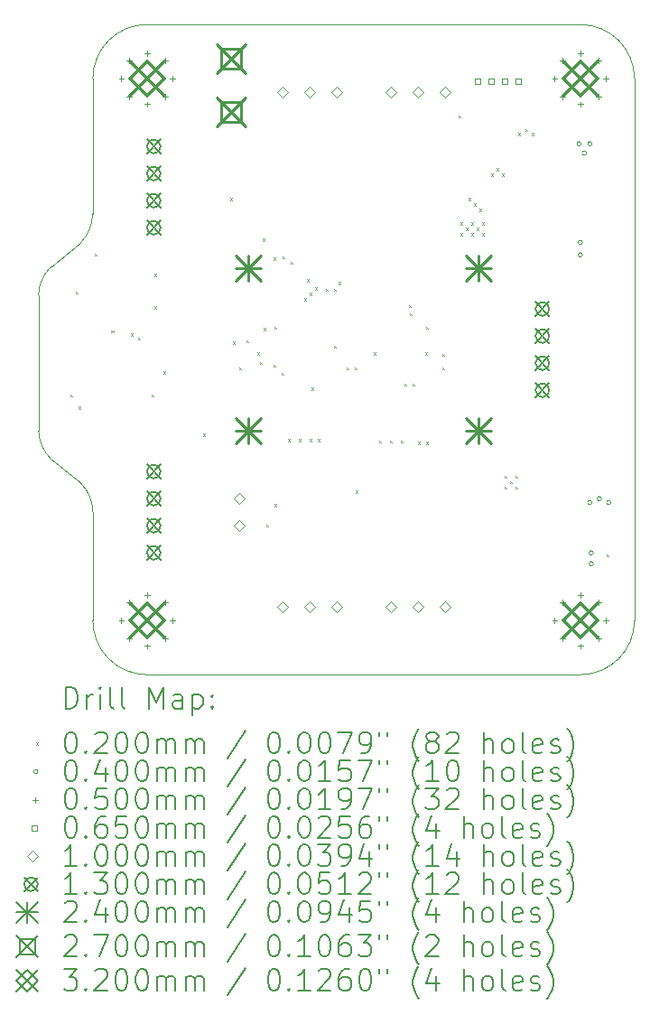
<source format=gbr>
%TF.GenerationSoftware,KiCad,Pcbnew,7.0.7*%
%TF.CreationDate,2024-02-08T13:13:34-05:00*%
%TF.ProjectId,UMRT_FC_R2,554d5254-5f46-4435-9f52-322e6b696361,rev?*%
%TF.SameCoordinates,Original*%
%TF.FileFunction,Drillmap*%
%TF.FilePolarity,Positive*%
%FSLAX45Y45*%
G04 Gerber Fmt 4.5, Leading zero omitted, Abs format (unit mm)*
G04 Created by KiCad (PCBNEW 7.0.7) date 2024-02-08 13:13:34*
%MOMM*%
%LPD*%
G01*
G04 APERTURE LIST*
%ADD10C,0.100000*%
%ADD11C,0.200000*%
%ADD12C,0.020000*%
%ADD13C,0.040000*%
%ADD14C,0.050000*%
%ADD15C,0.065000*%
%ADD16C,0.130000*%
%ADD17C,0.240000*%
%ADD18C,0.270000*%
%ADD19C,0.320000*%
G04 APERTURE END LIST*
D10*
X12700000Y-14478000D02*
X14732000Y-14478000D01*
X9652000Y-12192000D02*
X9649849Y-11554849D01*
X10160000Y-8890000D02*
X10157849Y-10157849D01*
X12700000Y-8382000D02*
X14732000Y-8382000D01*
X10160000Y-13970000D02*
X10160000Y-12954000D01*
X12700000Y-8382000D02*
X10668000Y-8382000D01*
X10046257Y-10427257D02*
G75*
G03*
X10157849Y-10157849I-269407J269407D01*
G01*
X9649849Y-10919849D02*
X9649849Y-11554849D01*
X15240000Y-8890000D02*
G75*
G03*
X14732000Y-8382000I-508000J0D01*
G01*
X9651999Y-12192000D02*
G75*
G03*
X9767894Y-12457106I396411J15410D01*
G01*
X10668000Y-8382000D02*
G75*
G03*
X10160000Y-8890000I0J-508000D01*
G01*
X10160000Y-12954000D02*
G75*
G03*
X10048408Y-12684592I-381000J0D01*
G01*
X15240000Y-8890000D02*
X15240000Y-13970000D01*
X12700000Y-14478000D02*
X10668000Y-14478000D01*
X10160000Y-13970000D02*
G75*
G03*
X10668000Y-14478000I508000J0D01*
G01*
X9767894Y-12457106D02*
X10048408Y-12684592D01*
X9765743Y-10654743D02*
X10046257Y-10427257D01*
X14732000Y-14478000D02*
G75*
G03*
X15240000Y-13970000I0J508000D01*
G01*
X9765744Y-10654744D02*
G75*
G03*
X9649849Y-10919849I280516J-280516D01*
G01*
D11*
D12*
X9946800Y-11851800D02*
X9966800Y-11871800D01*
X9966800Y-11851800D02*
X9946800Y-11871800D01*
X9997600Y-10886600D02*
X10017600Y-10906600D01*
X10017600Y-10886600D02*
X9997600Y-10906600D01*
X10023000Y-11966100D02*
X10043000Y-11986100D01*
X10043000Y-11966100D02*
X10023000Y-11986100D01*
X10175400Y-10531000D02*
X10195400Y-10551000D01*
X10195400Y-10531000D02*
X10175400Y-10551000D01*
X10332880Y-11247280D02*
X10352880Y-11267280D01*
X10352880Y-11247280D02*
X10332880Y-11267280D01*
X10518300Y-11280300D02*
X10538300Y-11300300D01*
X10538300Y-11280300D02*
X10518300Y-11300300D01*
X10581800Y-11318400D02*
X10601800Y-11338400D01*
X10601800Y-11318400D02*
X10581800Y-11338400D01*
X10708800Y-11851800D02*
X10728800Y-11871800D01*
X10728800Y-11851800D02*
X10708800Y-11871800D01*
X10734200Y-10721500D02*
X10754200Y-10741500D01*
X10754200Y-10721500D02*
X10734200Y-10741500D01*
X10734200Y-11026300D02*
X10754200Y-11046300D01*
X10754200Y-11026300D02*
X10734200Y-11046300D01*
X10823100Y-11635900D02*
X10843100Y-11655900D01*
X10843100Y-11635900D02*
X10823100Y-11655900D01*
X11191400Y-12220100D02*
X11211400Y-12240100D01*
X11211400Y-12220100D02*
X11191400Y-12240100D01*
X11445400Y-10010300D02*
X11465400Y-10030300D01*
X11465400Y-10010300D02*
X11445400Y-10030300D01*
X11470800Y-11356500D02*
X11490800Y-11376500D01*
X11490800Y-11356500D02*
X11470800Y-11376500D01*
X11534300Y-11597800D02*
X11554300Y-11617800D01*
X11554300Y-11597800D02*
X11534300Y-11617800D01*
X11597800Y-11343800D02*
X11617800Y-11363800D01*
X11617800Y-11343800D02*
X11597800Y-11363800D01*
X11699400Y-11458100D02*
X11719400Y-11478100D01*
X11719400Y-11458100D02*
X11699400Y-11478100D01*
X11724800Y-11547000D02*
X11744800Y-11567000D01*
X11744800Y-11547000D02*
X11724800Y-11567000D01*
X11750200Y-10391300D02*
X11770200Y-10411300D01*
X11770200Y-10391300D02*
X11750200Y-10411300D01*
X11762900Y-11229500D02*
X11782900Y-11249500D01*
X11782900Y-11229500D02*
X11762900Y-11249500D01*
X11788300Y-13071000D02*
X11808300Y-13091000D01*
X11808300Y-13071000D02*
X11788300Y-13091000D01*
X11851800Y-10569100D02*
X11871800Y-10589100D01*
X11871800Y-10569100D02*
X11851800Y-10589100D01*
X11851800Y-11572400D02*
X11871800Y-11592400D01*
X11871800Y-11572400D02*
X11851800Y-11592400D01*
X11864500Y-11216800D02*
X11884500Y-11236800D01*
X11884500Y-11216800D02*
X11864500Y-11236800D01*
X11864500Y-12880500D02*
X11884500Y-12900500D01*
X11884500Y-12880500D02*
X11864500Y-12900500D01*
X11928000Y-11648600D02*
X11948000Y-11668600D01*
X11948000Y-11648600D02*
X11928000Y-11668600D01*
X11940700Y-10556400D02*
X11960700Y-10576400D01*
X11960700Y-10556400D02*
X11940700Y-10576400D01*
X11991500Y-12270900D02*
X12011500Y-12290900D01*
X12011500Y-12270900D02*
X11991500Y-12290900D01*
X12016900Y-10607200D02*
X12036900Y-10627200D01*
X12036900Y-10607200D02*
X12016900Y-10627200D01*
X12093100Y-12270900D02*
X12113100Y-12290900D01*
X12113100Y-12270900D02*
X12093100Y-12290900D01*
X12143900Y-10950100D02*
X12163900Y-10970100D01*
X12163900Y-10950100D02*
X12143900Y-10970100D01*
X12169300Y-10772300D02*
X12189300Y-10792300D01*
X12189300Y-10772300D02*
X12169300Y-10792300D01*
X12194700Y-10899300D02*
X12214700Y-10919300D01*
X12214700Y-10899300D02*
X12194700Y-10919300D01*
X12194700Y-12270900D02*
X12214700Y-12290900D01*
X12214700Y-12270900D02*
X12194700Y-12290900D01*
X12207400Y-11788300D02*
X12227400Y-11808300D01*
X12227400Y-11788300D02*
X12207400Y-11808300D01*
X12245500Y-10848500D02*
X12265500Y-10868500D01*
X12265500Y-10848500D02*
X12245500Y-10868500D01*
X12270900Y-12270900D02*
X12290900Y-12290900D01*
X12290900Y-12270900D02*
X12270900Y-12290900D01*
X12347100Y-10861200D02*
X12367100Y-10881200D01*
X12367100Y-10861200D02*
X12347100Y-10881200D01*
X12423300Y-10861200D02*
X12443300Y-10881200D01*
X12443300Y-10861200D02*
X12423300Y-10881200D01*
X12423300Y-11394600D02*
X12443300Y-11414600D01*
X12443300Y-11394600D02*
X12423300Y-11414600D01*
X12461400Y-10797700D02*
X12481400Y-10817700D01*
X12481400Y-10797700D02*
X12461400Y-10817700D01*
X12537600Y-11597800D02*
X12557600Y-11617800D01*
X12557600Y-11597800D02*
X12537600Y-11617800D01*
X12613800Y-11597800D02*
X12633800Y-11617800D01*
X12633800Y-11597800D02*
X12613800Y-11617800D01*
X12626500Y-12753500D02*
X12646500Y-12773500D01*
X12646500Y-12753500D02*
X12626500Y-12773500D01*
X12791600Y-11458100D02*
X12811600Y-11478100D01*
X12811600Y-11458100D02*
X12791600Y-11478100D01*
X12842400Y-12283600D02*
X12862400Y-12303600D01*
X12862400Y-12283600D02*
X12842400Y-12303600D01*
X12944000Y-12283600D02*
X12964000Y-12303600D01*
X12964000Y-12283600D02*
X12944000Y-12303600D01*
X13045600Y-12283600D02*
X13065600Y-12303600D01*
X13065600Y-12283600D02*
X13045600Y-12303600D01*
X13083700Y-11750200D02*
X13103700Y-11770200D01*
X13103700Y-11750200D02*
X13083700Y-11770200D01*
X13121800Y-11013600D02*
X13141800Y-11033600D01*
X13141800Y-11013600D02*
X13121800Y-11033600D01*
X13134500Y-11089800D02*
X13154500Y-11109800D01*
X13154500Y-11089800D02*
X13134500Y-11109800D01*
X13159900Y-11750200D02*
X13179900Y-11770200D01*
X13179900Y-11750200D02*
X13159900Y-11770200D01*
X13210700Y-12296300D02*
X13230700Y-12316300D01*
X13230700Y-12296300D02*
X13210700Y-12316300D01*
X13274200Y-11458100D02*
X13294200Y-11478100D01*
X13294200Y-11458100D02*
X13274200Y-11478100D01*
X13286900Y-11216800D02*
X13306900Y-11236800D01*
X13306900Y-11216800D02*
X13286900Y-11236800D01*
X13286900Y-12296300D02*
X13306900Y-12316300D01*
X13306900Y-12296300D02*
X13286900Y-12316300D01*
X13439300Y-11470800D02*
X13459300Y-11490800D01*
X13459300Y-11470800D02*
X13439300Y-11490800D01*
X13439300Y-11597800D02*
X13459300Y-11617800D01*
X13459300Y-11597800D02*
X13439300Y-11617800D01*
X13591700Y-9235600D02*
X13611700Y-9255600D01*
X13611700Y-9235600D02*
X13591700Y-9255600D01*
X13604400Y-10238900D02*
X13624400Y-10258900D01*
X13624400Y-10238900D02*
X13604400Y-10258900D01*
X13604400Y-10340500D02*
X13624400Y-10360500D01*
X13624400Y-10340500D02*
X13604400Y-10360500D01*
X13655200Y-10289700D02*
X13675200Y-10309700D01*
X13675200Y-10289700D02*
X13655200Y-10309700D01*
X13680600Y-10010300D02*
X13700600Y-10030300D01*
X13700600Y-10010300D02*
X13680600Y-10030300D01*
X13706000Y-10238900D02*
X13726000Y-10258900D01*
X13726000Y-10238900D02*
X13706000Y-10258900D01*
X13706000Y-10340500D02*
X13726000Y-10360500D01*
X13726000Y-10340500D02*
X13706000Y-10360500D01*
X13731400Y-10061100D02*
X13751400Y-10081100D01*
X13751400Y-10061100D02*
X13731400Y-10081100D01*
X13756800Y-10289700D02*
X13776800Y-10309700D01*
X13776800Y-10289700D02*
X13756800Y-10309700D01*
X13782200Y-10111900D02*
X13802200Y-10131900D01*
X13802200Y-10111900D02*
X13782200Y-10131900D01*
X13807600Y-10238900D02*
X13827600Y-10258900D01*
X13827600Y-10238900D02*
X13807600Y-10258900D01*
X13807600Y-10340500D02*
X13827600Y-10360500D01*
X13827600Y-10340500D02*
X13807600Y-10360500D01*
X13896500Y-9781700D02*
X13916500Y-9801700D01*
X13916500Y-9781700D02*
X13896500Y-9801700D01*
X13947300Y-9730900D02*
X13967300Y-9750900D01*
X13967300Y-9730900D02*
X13947300Y-9750900D01*
X13998100Y-9781700D02*
X14018100Y-9801700D01*
X14018100Y-9781700D02*
X13998100Y-9801700D01*
X14023500Y-12613800D02*
X14043500Y-12633800D01*
X14043500Y-12613800D02*
X14023500Y-12633800D01*
X14023500Y-12715400D02*
X14043500Y-12735400D01*
X14043500Y-12715400D02*
X14023500Y-12735400D01*
X14074300Y-12664600D02*
X14094300Y-12684600D01*
X14094300Y-12664600D02*
X14074300Y-12684600D01*
X14125100Y-12613800D02*
X14145100Y-12633800D01*
X14145100Y-12613800D02*
X14125100Y-12633800D01*
X14125100Y-12715400D02*
X14145100Y-12735400D01*
X14145100Y-12715400D02*
X14125100Y-12735400D01*
X14150500Y-9400700D02*
X14170500Y-9420700D01*
X14170500Y-9400700D02*
X14150500Y-9420700D01*
X14214000Y-9362600D02*
X14234000Y-9382600D01*
X14234000Y-9362600D02*
X14214000Y-9382600D01*
X14277500Y-9400700D02*
X14297500Y-9420700D01*
X14297500Y-9400700D02*
X14277500Y-9420700D01*
X14976000Y-13350400D02*
X14996000Y-13370400D01*
X14996000Y-13350400D02*
X14976000Y-13370400D01*
D13*
X14739300Y-9499600D02*
G75*
G03*
X14739300Y-9499600I-20000J0D01*
G01*
X14752000Y-10426700D02*
G75*
G03*
X14752000Y-10426700I-20000J0D01*
G01*
X14752000Y-10541000D02*
G75*
G03*
X14752000Y-10541000I-20000J0D01*
G01*
X14790100Y-9588500D02*
G75*
G03*
X14790100Y-9588500I-20000J0D01*
G01*
X14840900Y-9499600D02*
G75*
G03*
X14840900Y-9499600I-20000J0D01*
G01*
X14840900Y-12865100D02*
G75*
G03*
X14840900Y-12865100I-20000J0D01*
G01*
X14853600Y-13335000D02*
G75*
G03*
X14853600Y-13335000I-20000J0D01*
G01*
X14853600Y-13436600D02*
G75*
G03*
X14853600Y-13436600I-20000J0D01*
G01*
X14929800Y-12827000D02*
G75*
G03*
X14929800Y-12827000I-20000J0D01*
G01*
X15018700Y-12865100D02*
G75*
G03*
X15018700Y-12865100I-20000J0D01*
G01*
D14*
X10428000Y-8865000D02*
X10428000Y-8915000D01*
X10403000Y-8890000D02*
X10453000Y-8890000D01*
X10428000Y-13945000D02*
X10428000Y-13995000D01*
X10403000Y-13970000D02*
X10453000Y-13970000D01*
X10498294Y-8695294D02*
X10498294Y-8745294D01*
X10473294Y-8720294D02*
X10523294Y-8720294D01*
X10498294Y-9034706D02*
X10498294Y-9084706D01*
X10473294Y-9059706D02*
X10523294Y-9059706D01*
X10498294Y-13775294D02*
X10498294Y-13825294D01*
X10473294Y-13800294D02*
X10523294Y-13800294D01*
X10498294Y-14114706D02*
X10498294Y-14164706D01*
X10473294Y-14139706D02*
X10523294Y-14139706D01*
X10668000Y-8625000D02*
X10668000Y-8675000D01*
X10643000Y-8650000D02*
X10693000Y-8650000D01*
X10668000Y-9105000D02*
X10668000Y-9155000D01*
X10643000Y-9130000D02*
X10693000Y-9130000D01*
X10668000Y-13705000D02*
X10668000Y-13755000D01*
X10643000Y-13730000D02*
X10693000Y-13730000D01*
X10668000Y-14185000D02*
X10668000Y-14235000D01*
X10643000Y-14210000D02*
X10693000Y-14210000D01*
X10837706Y-8695294D02*
X10837706Y-8745294D01*
X10812706Y-8720294D02*
X10862706Y-8720294D01*
X10837706Y-9034706D02*
X10837706Y-9084706D01*
X10812706Y-9059706D02*
X10862706Y-9059706D01*
X10837706Y-13775294D02*
X10837706Y-13825294D01*
X10812706Y-13800294D02*
X10862706Y-13800294D01*
X10837706Y-14114706D02*
X10837706Y-14164706D01*
X10812706Y-14139706D02*
X10862706Y-14139706D01*
X10908000Y-8865000D02*
X10908000Y-8915000D01*
X10883000Y-8890000D02*
X10933000Y-8890000D01*
X10908000Y-13945000D02*
X10908000Y-13995000D01*
X10883000Y-13970000D02*
X10933000Y-13970000D01*
X14492000Y-8865000D02*
X14492000Y-8915000D01*
X14467000Y-8890000D02*
X14517000Y-8890000D01*
X14492000Y-13945000D02*
X14492000Y-13995000D01*
X14467000Y-13970000D02*
X14517000Y-13970000D01*
X14562294Y-8695294D02*
X14562294Y-8745294D01*
X14537294Y-8720294D02*
X14587294Y-8720294D01*
X14562294Y-9034706D02*
X14562294Y-9084706D01*
X14537294Y-9059706D02*
X14587294Y-9059706D01*
X14562294Y-13775294D02*
X14562294Y-13825294D01*
X14537294Y-13800294D02*
X14587294Y-13800294D01*
X14562294Y-14114706D02*
X14562294Y-14164706D01*
X14537294Y-14139706D02*
X14587294Y-14139706D01*
X14732000Y-8625000D02*
X14732000Y-8675000D01*
X14707000Y-8650000D02*
X14757000Y-8650000D01*
X14732000Y-9105000D02*
X14732000Y-9155000D01*
X14707000Y-9130000D02*
X14757000Y-9130000D01*
X14732000Y-13705000D02*
X14732000Y-13755000D01*
X14707000Y-13730000D02*
X14757000Y-13730000D01*
X14732000Y-14185000D02*
X14732000Y-14235000D01*
X14707000Y-14210000D02*
X14757000Y-14210000D01*
X14901706Y-8695294D02*
X14901706Y-8745294D01*
X14876706Y-8720294D02*
X14926706Y-8720294D01*
X14901706Y-9034706D02*
X14901706Y-9084706D01*
X14876706Y-9059706D02*
X14926706Y-9059706D01*
X14901706Y-13775294D02*
X14901706Y-13825294D01*
X14876706Y-13800294D02*
X14926706Y-13800294D01*
X14901706Y-14114706D02*
X14901706Y-14164706D01*
X14876706Y-14139706D02*
X14926706Y-14139706D01*
X14972000Y-8865000D02*
X14972000Y-8915000D01*
X14947000Y-8890000D02*
X14997000Y-8890000D01*
X14972000Y-13945000D02*
X14972000Y-13995000D01*
X14947000Y-13970000D02*
X14997000Y-13970000D01*
D15*
X13789781Y-8938381D02*
X13789781Y-8892419D01*
X13743819Y-8892419D01*
X13743819Y-8938381D01*
X13789781Y-8938381D01*
X13916781Y-8938381D02*
X13916781Y-8892419D01*
X13870819Y-8892419D01*
X13870819Y-8938381D01*
X13916781Y-8938381D01*
X14043781Y-8938381D02*
X14043781Y-8892419D01*
X13997819Y-8892419D01*
X13997819Y-8938381D01*
X14043781Y-8938381D01*
X14170781Y-8938381D02*
X14170781Y-8892419D01*
X14124819Y-8892419D01*
X14124819Y-8938381D01*
X14170781Y-8938381D01*
D10*
X11531600Y-12876500D02*
X11581600Y-12826500D01*
X11531600Y-12776500D01*
X11481600Y-12826500D01*
X11531600Y-12876500D01*
X11531600Y-13130500D02*
X11581600Y-13080500D01*
X11531600Y-13030500D01*
X11481600Y-13080500D01*
X11531600Y-13130500D01*
X11938000Y-9067000D02*
X11988000Y-9017000D01*
X11938000Y-8967000D01*
X11888000Y-9017000D01*
X11938000Y-9067000D01*
X11938000Y-13893000D02*
X11988000Y-13843000D01*
X11938000Y-13793000D01*
X11888000Y-13843000D01*
X11938000Y-13893000D01*
X12192000Y-9067000D02*
X12242000Y-9017000D01*
X12192000Y-8967000D01*
X12142000Y-9017000D01*
X12192000Y-9067000D01*
X12192000Y-13893000D02*
X12242000Y-13843000D01*
X12192000Y-13793000D01*
X12142000Y-13843000D01*
X12192000Y-13893000D01*
X12446000Y-9067000D02*
X12496000Y-9017000D01*
X12446000Y-8967000D01*
X12396000Y-9017000D01*
X12446000Y-9067000D01*
X12446000Y-13893000D02*
X12496000Y-13843000D01*
X12446000Y-13793000D01*
X12396000Y-13843000D01*
X12446000Y-13893000D01*
X12954000Y-9067000D02*
X13004000Y-9017000D01*
X12954000Y-8967000D01*
X12904000Y-9017000D01*
X12954000Y-9067000D01*
X12954000Y-13893000D02*
X13004000Y-13843000D01*
X12954000Y-13793000D01*
X12904000Y-13843000D01*
X12954000Y-13893000D01*
X13208000Y-9067000D02*
X13258000Y-9017000D01*
X13208000Y-8967000D01*
X13158000Y-9017000D01*
X13208000Y-9067000D01*
X13208000Y-13893000D02*
X13258000Y-13843000D01*
X13208000Y-13793000D01*
X13158000Y-13843000D01*
X13208000Y-13893000D01*
X13462000Y-9067000D02*
X13512000Y-9017000D01*
X13462000Y-8967000D01*
X13412000Y-9017000D01*
X13462000Y-9067000D01*
X13462000Y-13893000D02*
X13512000Y-13843000D01*
X13462000Y-13793000D01*
X13412000Y-13843000D01*
X13462000Y-13893000D01*
D16*
X10666500Y-9460000D02*
X10796500Y-9590000D01*
X10796500Y-9460000D02*
X10666500Y-9590000D01*
X10796500Y-9525000D02*
G75*
G03*
X10796500Y-9525000I-65000J0D01*
G01*
X10666500Y-9714000D02*
X10796500Y-9844000D01*
X10796500Y-9714000D02*
X10666500Y-9844000D01*
X10796500Y-9779000D02*
G75*
G03*
X10796500Y-9779000I-65000J0D01*
G01*
X10666500Y-9968000D02*
X10796500Y-10098000D01*
X10796500Y-9968000D02*
X10666500Y-10098000D01*
X10796500Y-10033000D02*
G75*
G03*
X10796500Y-10033000I-65000J0D01*
G01*
X10666500Y-10222000D02*
X10796500Y-10352000D01*
X10796500Y-10222000D02*
X10666500Y-10352000D01*
X10796500Y-10287000D02*
G75*
G03*
X10796500Y-10287000I-65000J0D01*
G01*
X10666500Y-12508000D02*
X10796500Y-12638000D01*
X10796500Y-12508000D02*
X10666500Y-12638000D01*
X10796500Y-12573000D02*
G75*
G03*
X10796500Y-12573000I-65000J0D01*
G01*
X10666500Y-12762000D02*
X10796500Y-12892000D01*
X10796500Y-12762000D02*
X10666500Y-12892000D01*
X10796500Y-12827000D02*
G75*
G03*
X10796500Y-12827000I-65000J0D01*
G01*
X10666500Y-13016000D02*
X10796500Y-13146000D01*
X10796500Y-13016000D02*
X10666500Y-13146000D01*
X10796500Y-13081000D02*
G75*
G03*
X10796500Y-13081000I-65000J0D01*
G01*
X10666500Y-13270000D02*
X10796500Y-13400000D01*
X10796500Y-13270000D02*
X10666500Y-13400000D01*
X10796500Y-13335000D02*
G75*
G03*
X10796500Y-13335000I-65000J0D01*
G01*
X14311400Y-10984000D02*
X14441400Y-11114000D01*
X14441400Y-10984000D02*
X14311400Y-11114000D01*
X14441400Y-11049000D02*
G75*
G03*
X14441400Y-11049000I-65000J0D01*
G01*
X14311400Y-11238000D02*
X14441400Y-11368000D01*
X14441400Y-11238000D02*
X14311400Y-11368000D01*
X14441400Y-11303000D02*
G75*
G03*
X14441400Y-11303000I-65000J0D01*
G01*
X14311400Y-11492000D02*
X14441400Y-11622000D01*
X14441400Y-11492000D02*
X14311400Y-11622000D01*
X14441400Y-11557000D02*
G75*
G03*
X14441400Y-11557000I-65000J0D01*
G01*
X14311400Y-11746000D02*
X14441400Y-11876000D01*
X14441400Y-11746000D02*
X14311400Y-11876000D01*
X14441400Y-11811000D02*
G75*
G03*
X14441400Y-11811000I-65000J0D01*
G01*
D17*
X11500500Y-10548000D02*
X11740500Y-10788000D01*
X11740500Y-10548000D02*
X11500500Y-10788000D01*
X11620500Y-10548000D02*
X11620500Y-10788000D01*
X11500500Y-10668000D02*
X11740500Y-10668000D01*
X11500500Y-12072000D02*
X11740500Y-12312000D01*
X11740500Y-12072000D02*
X11500500Y-12312000D01*
X11620500Y-12072000D02*
X11620500Y-12312000D01*
X11500500Y-12192000D02*
X11740500Y-12192000D01*
X13659500Y-10548000D02*
X13899500Y-10788000D01*
X13899500Y-10548000D02*
X13659500Y-10788000D01*
X13779500Y-10548000D02*
X13779500Y-10788000D01*
X13659500Y-10668000D02*
X13899500Y-10668000D01*
X13659500Y-12072000D02*
X13899500Y-12312000D01*
X13899500Y-12072000D02*
X13659500Y-12312000D01*
X13779500Y-12072000D02*
X13779500Y-12312000D01*
X13659500Y-12192000D02*
X13899500Y-12192000D01*
D18*
X11320400Y-8568500D02*
X11590400Y-8838500D01*
X11590400Y-8568500D02*
X11320400Y-8838500D01*
X11550860Y-8798960D02*
X11550860Y-8608040D01*
X11359940Y-8608040D01*
X11359940Y-8798960D01*
X11550860Y-8798960D01*
X11320400Y-9068500D02*
X11590400Y-9338500D01*
X11590400Y-9068500D02*
X11320400Y-9338500D01*
X11550860Y-9298960D02*
X11550860Y-9108040D01*
X11359940Y-9108040D01*
X11359940Y-9298960D01*
X11550860Y-9298960D01*
D19*
X10508000Y-8730000D02*
X10828000Y-9050000D01*
X10828000Y-8730000D02*
X10508000Y-9050000D01*
X10668000Y-9050000D02*
X10828000Y-8890000D01*
X10668000Y-8730000D01*
X10508000Y-8890000D01*
X10668000Y-9050000D01*
X10508000Y-13810000D02*
X10828000Y-14130000D01*
X10828000Y-13810000D02*
X10508000Y-14130000D01*
X10668000Y-14130000D02*
X10828000Y-13970000D01*
X10668000Y-13810000D01*
X10508000Y-13970000D01*
X10668000Y-14130000D01*
X14572000Y-8730000D02*
X14892000Y-9050000D01*
X14892000Y-8730000D02*
X14572000Y-9050000D01*
X14732000Y-9050000D02*
X14892000Y-8890000D01*
X14732000Y-8730000D01*
X14572000Y-8890000D01*
X14732000Y-9050000D01*
X14572000Y-13810000D02*
X14892000Y-14130000D01*
X14892000Y-13810000D02*
X14572000Y-14130000D01*
X14732000Y-14130000D02*
X14892000Y-13970000D01*
X14732000Y-13810000D01*
X14572000Y-13970000D01*
X14732000Y-14130000D01*
D11*
X9905626Y-14794484D02*
X9905626Y-14594484D01*
X9905626Y-14594484D02*
X9953245Y-14594484D01*
X9953245Y-14594484D02*
X9981817Y-14604008D01*
X9981817Y-14604008D02*
X10000864Y-14623055D01*
X10000864Y-14623055D02*
X10010388Y-14642103D01*
X10010388Y-14642103D02*
X10019912Y-14680198D01*
X10019912Y-14680198D02*
X10019912Y-14708769D01*
X10019912Y-14708769D02*
X10010388Y-14746865D01*
X10010388Y-14746865D02*
X10000864Y-14765912D01*
X10000864Y-14765912D02*
X9981817Y-14784960D01*
X9981817Y-14784960D02*
X9953245Y-14794484D01*
X9953245Y-14794484D02*
X9905626Y-14794484D01*
X10105626Y-14794484D02*
X10105626Y-14661150D01*
X10105626Y-14699246D02*
X10115150Y-14680198D01*
X10115150Y-14680198D02*
X10124674Y-14670674D01*
X10124674Y-14670674D02*
X10143721Y-14661150D01*
X10143721Y-14661150D02*
X10162769Y-14661150D01*
X10229436Y-14794484D02*
X10229436Y-14661150D01*
X10229436Y-14594484D02*
X10219912Y-14604008D01*
X10219912Y-14604008D02*
X10229436Y-14613531D01*
X10229436Y-14613531D02*
X10238960Y-14604008D01*
X10238960Y-14604008D02*
X10229436Y-14594484D01*
X10229436Y-14594484D02*
X10229436Y-14613531D01*
X10353245Y-14794484D02*
X10334198Y-14784960D01*
X10334198Y-14784960D02*
X10324674Y-14765912D01*
X10324674Y-14765912D02*
X10324674Y-14594484D01*
X10458007Y-14794484D02*
X10438960Y-14784960D01*
X10438960Y-14784960D02*
X10429436Y-14765912D01*
X10429436Y-14765912D02*
X10429436Y-14594484D01*
X10686579Y-14794484D02*
X10686579Y-14594484D01*
X10686579Y-14594484D02*
X10753245Y-14737341D01*
X10753245Y-14737341D02*
X10819912Y-14594484D01*
X10819912Y-14594484D02*
X10819912Y-14794484D01*
X11000864Y-14794484D02*
X11000864Y-14689722D01*
X11000864Y-14689722D02*
X10991341Y-14670674D01*
X10991341Y-14670674D02*
X10972293Y-14661150D01*
X10972293Y-14661150D02*
X10934198Y-14661150D01*
X10934198Y-14661150D02*
X10915150Y-14670674D01*
X11000864Y-14784960D02*
X10981817Y-14794484D01*
X10981817Y-14794484D02*
X10934198Y-14794484D01*
X10934198Y-14794484D02*
X10915150Y-14784960D01*
X10915150Y-14784960D02*
X10905626Y-14765912D01*
X10905626Y-14765912D02*
X10905626Y-14746865D01*
X10905626Y-14746865D02*
X10915150Y-14727817D01*
X10915150Y-14727817D02*
X10934198Y-14718293D01*
X10934198Y-14718293D02*
X10981817Y-14718293D01*
X10981817Y-14718293D02*
X11000864Y-14708769D01*
X11096102Y-14661150D02*
X11096102Y-14861150D01*
X11096102Y-14670674D02*
X11115150Y-14661150D01*
X11115150Y-14661150D02*
X11153245Y-14661150D01*
X11153245Y-14661150D02*
X11172293Y-14670674D01*
X11172293Y-14670674D02*
X11181817Y-14680198D01*
X11181817Y-14680198D02*
X11191340Y-14699246D01*
X11191340Y-14699246D02*
X11191340Y-14756388D01*
X11191340Y-14756388D02*
X11181817Y-14775436D01*
X11181817Y-14775436D02*
X11172293Y-14784960D01*
X11172293Y-14784960D02*
X11153245Y-14794484D01*
X11153245Y-14794484D02*
X11115150Y-14794484D01*
X11115150Y-14794484D02*
X11096102Y-14784960D01*
X11277055Y-14775436D02*
X11286579Y-14784960D01*
X11286579Y-14784960D02*
X11277055Y-14794484D01*
X11277055Y-14794484D02*
X11267531Y-14784960D01*
X11267531Y-14784960D02*
X11277055Y-14775436D01*
X11277055Y-14775436D02*
X11277055Y-14794484D01*
X11277055Y-14670674D02*
X11286579Y-14680198D01*
X11286579Y-14680198D02*
X11277055Y-14689722D01*
X11277055Y-14689722D02*
X11267531Y-14680198D01*
X11267531Y-14680198D02*
X11277055Y-14670674D01*
X11277055Y-14670674D02*
X11277055Y-14689722D01*
D12*
X9624849Y-15113000D02*
X9644849Y-15133000D01*
X9644849Y-15113000D02*
X9624849Y-15133000D01*
D11*
X9943721Y-15014484D02*
X9962769Y-15014484D01*
X9962769Y-15014484D02*
X9981817Y-15024008D01*
X9981817Y-15024008D02*
X9991341Y-15033531D01*
X9991341Y-15033531D02*
X10000864Y-15052579D01*
X10000864Y-15052579D02*
X10010388Y-15090674D01*
X10010388Y-15090674D02*
X10010388Y-15138293D01*
X10010388Y-15138293D02*
X10000864Y-15176388D01*
X10000864Y-15176388D02*
X9991341Y-15195436D01*
X9991341Y-15195436D02*
X9981817Y-15204960D01*
X9981817Y-15204960D02*
X9962769Y-15214484D01*
X9962769Y-15214484D02*
X9943721Y-15214484D01*
X9943721Y-15214484D02*
X9924674Y-15204960D01*
X9924674Y-15204960D02*
X9915150Y-15195436D01*
X9915150Y-15195436D02*
X9905626Y-15176388D01*
X9905626Y-15176388D02*
X9896102Y-15138293D01*
X9896102Y-15138293D02*
X9896102Y-15090674D01*
X9896102Y-15090674D02*
X9905626Y-15052579D01*
X9905626Y-15052579D02*
X9915150Y-15033531D01*
X9915150Y-15033531D02*
X9924674Y-15024008D01*
X9924674Y-15024008D02*
X9943721Y-15014484D01*
X10096102Y-15195436D02*
X10105626Y-15204960D01*
X10105626Y-15204960D02*
X10096102Y-15214484D01*
X10096102Y-15214484D02*
X10086579Y-15204960D01*
X10086579Y-15204960D02*
X10096102Y-15195436D01*
X10096102Y-15195436D02*
X10096102Y-15214484D01*
X10181817Y-15033531D02*
X10191341Y-15024008D01*
X10191341Y-15024008D02*
X10210388Y-15014484D01*
X10210388Y-15014484D02*
X10258007Y-15014484D01*
X10258007Y-15014484D02*
X10277055Y-15024008D01*
X10277055Y-15024008D02*
X10286579Y-15033531D01*
X10286579Y-15033531D02*
X10296102Y-15052579D01*
X10296102Y-15052579D02*
X10296102Y-15071627D01*
X10296102Y-15071627D02*
X10286579Y-15100198D01*
X10286579Y-15100198D02*
X10172293Y-15214484D01*
X10172293Y-15214484D02*
X10296102Y-15214484D01*
X10419912Y-15014484D02*
X10438960Y-15014484D01*
X10438960Y-15014484D02*
X10458007Y-15024008D01*
X10458007Y-15024008D02*
X10467531Y-15033531D01*
X10467531Y-15033531D02*
X10477055Y-15052579D01*
X10477055Y-15052579D02*
X10486579Y-15090674D01*
X10486579Y-15090674D02*
X10486579Y-15138293D01*
X10486579Y-15138293D02*
X10477055Y-15176388D01*
X10477055Y-15176388D02*
X10467531Y-15195436D01*
X10467531Y-15195436D02*
X10458007Y-15204960D01*
X10458007Y-15204960D02*
X10438960Y-15214484D01*
X10438960Y-15214484D02*
X10419912Y-15214484D01*
X10419912Y-15214484D02*
X10400864Y-15204960D01*
X10400864Y-15204960D02*
X10391341Y-15195436D01*
X10391341Y-15195436D02*
X10381817Y-15176388D01*
X10381817Y-15176388D02*
X10372293Y-15138293D01*
X10372293Y-15138293D02*
X10372293Y-15090674D01*
X10372293Y-15090674D02*
X10381817Y-15052579D01*
X10381817Y-15052579D02*
X10391341Y-15033531D01*
X10391341Y-15033531D02*
X10400864Y-15024008D01*
X10400864Y-15024008D02*
X10419912Y-15014484D01*
X10610388Y-15014484D02*
X10629436Y-15014484D01*
X10629436Y-15014484D02*
X10648483Y-15024008D01*
X10648483Y-15024008D02*
X10658007Y-15033531D01*
X10658007Y-15033531D02*
X10667531Y-15052579D01*
X10667531Y-15052579D02*
X10677055Y-15090674D01*
X10677055Y-15090674D02*
X10677055Y-15138293D01*
X10677055Y-15138293D02*
X10667531Y-15176388D01*
X10667531Y-15176388D02*
X10658007Y-15195436D01*
X10658007Y-15195436D02*
X10648483Y-15204960D01*
X10648483Y-15204960D02*
X10629436Y-15214484D01*
X10629436Y-15214484D02*
X10610388Y-15214484D01*
X10610388Y-15214484D02*
X10591341Y-15204960D01*
X10591341Y-15204960D02*
X10581817Y-15195436D01*
X10581817Y-15195436D02*
X10572293Y-15176388D01*
X10572293Y-15176388D02*
X10562769Y-15138293D01*
X10562769Y-15138293D02*
X10562769Y-15090674D01*
X10562769Y-15090674D02*
X10572293Y-15052579D01*
X10572293Y-15052579D02*
X10581817Y-15033531D01*
X10581817Y-15033531D02*
X10591341Y-15024008D01*
X10591341Y-15024008D02*
X10610388Y-15014484D01*
X10762769Y-15214484D02*
X10762769Y-15081150D01*
X10762769Y-15100198D02*
X10772293Y-15090674D01*
X10772293Y-15090674D02*
X10791341Y-15081150D01*
X10791341Y-15081150D02*
X10819912Y-15081150D01*
X10819912Y-15081150D02*
X10838960Y-15090674D01*
X10838960Y-15090674D02*
X10848483Y-15109722D01*
X10848483Y-15109722D02*
X10848483Y-15214484D01*
X10848483Y-15109722D02*
X10858007Y-15090674D01*
X10858007Y-15090674D02*
X10877055Y-15081150D01*
X10877055Y-15081150D02*
X10905626Y-15081150D01*
X10905626Y-15081150D02*
X10924674Y-15090674D01*
X10924674Y-15090674D02*
X10934198Y-15109722D01*
X10934198Y-15109722D02*
X10934198Y-15214484D01*
X11029436Y-15214484D02*
X11029436Y-15081150D01*
X11029436Y-15100198D02*
X11038960Y-15090674D01*
X11038960Y-15090674D02*
X11058007Y-15081150D01*
X11058007Y-15081150D02*
X11086579Y-15081150D01*
X11086579Y-15081150D02*
X11105626Y-15090674D01*
X11105626Y-15090674D02*
X11115150Y-15109722D01*
X11115150Y-15109722D02*
X11115150Y-15214484D01*
X11115150Y-15109722D02*
X11124674Y-15090674D01*
X11124674Y-15090674D02*
X11143722Y-15081150D01*
X11143722Y-15081150D02*
X11172293Y-15081150D01*
X11172293Y-15081150D02*
X11191341Y-15090674D01*
X11191341Y-15090674D02*
X11200864Y-15109722D01*
X11200864Y-15109722D02*
X11200864Y-15214484D01*
X11591341Y-15004960D02*
X11419912Y-15262103D01*
X11848483Y-15014484D02*
X11867531Y-15014484D01*
X11867531Y-15014484D02*
X11886579Y-15024008D01*
X11886579Y-15024008D02*
X11896103Y-15033531D01*
X11896103Y-15033531D02*
X11905626Y-15052579D01*
X11905626Y-15052579D02*
X11915150Y-15090674D01*
X11915150Y-15090674D02*
X11915150Y-15138293D01*
X11915150Y-15138293D02*
X11905626Y-15176388D01*
X11905626Y-15176388D02*
X11896103Y-15195436D01*
X11896103Y-15195436D02*
X11886579Y-15204960D01*
X11886579Y-15204960D02*
X11867531Y-15214484D01*
X11867531Y-15214484D02*
X11848483Y-15214484D01*
X11848483Y-15214484D02*
X11829436Y-15204960D01*
X11829436Y-15204960D02*
X11819912Y-15195436D01*
X11819912Y-15195436D02*
X11810388Y-15176388D01*
X11810388Y-15176388D02*
X11800864Y-15138293D01*
X11800864Y-15138293D02*
X11800864Y-15090674D01*
X11800864Y-15090674D02*
X11810388Y-15052579D01*
X11810388Y-15052579D02*
X11819912Y-15033531D01*
X11819912Y-15033531D02*
X11829436Y-15024008D01*
X11829436Y-15024008D02*
X11848483Y-15014484D01*
X12000864Y-15195436D02*
X12010388Y-15204960D01*
X12010388Y-15204960D02*
X12000864Y-15214484D01*
X12000864Y-15214484D02*
X11991341Y-15204960D01*
X11991341Y-15204960D02*
X12000864Y-15195436D01*
X12000864Y-15195436D02*
X12000864Y-15214484D01*
X12134198Y-15014484D02*
X12153245Y-15014484D01*
X12153245Y-15014484D02*
X12172293Y-15024008D01*
X12172293Y-15024008D02*
X12181817Y-15033531D01*
X12181817Y-15033531D02*
X12191341Y-15052579D01*
X12191341Y-15052579D02*
X12200864Y-15090674D01*
X12200864Y-15090674D02*
X12200864Y-15138293D01*
X12200864Y-15138293D02*
X12191341Y-15176388D01*
X12191341Y-15176388D02*
X12181817Y-15195436D01*
X12181817Y-15195436D02*
X12172293Y-15204960D01*
X12172293Y-15204960D02*
X12153245Y-15214484D01*
X12153245Y-15214484D02*
X12134198Y-15214484D01*
X12134198Y-15214484D02*
X12115150Y-15204960D01*
X12115150Y-15204960D02*
X12105626Y-15195436D01*
X12105626Y-15195436D02*
X12096103Y-15176388D01*
X12096103Y-15176388D02*
X12086579Y-15138293D01*
X12086579Y-15138293D02*
X12086579Y-15090674D01*
X12086579Y-15090674D02*
X12096103Y-15052579D01*
X12096103Y-15052579D02*
X12105626Y-15033531D01*
X12105626Y-15033531D02*
X12115150Y-15024008D01*
X12115150Y-15024008D02*
X12134198Y-15014484D01*
X12324674Y-15014484D02*
X12343722Y-15014484D01*
X12343722Y-15014484D02*
X12362769Y-15024008D01*
X12362769Y-15024008D02*
X12372293Y-15033531D01*
X12372293Y-15033531D02*
X12381817Y-15052579D01*
X12381817Y-15052579D02*
X12391341Y-15090674D01*
X12391341Y-15090674D02*
X12391341Y-15138293D01*
X12391341Y-15138293D02*
X12381817Y-15176388D01*
X12381817Y-15176388D02*
X12372293Y-15195436D01*
X12372293Y-15195436D02*
X12362769Y-15204960D01*
X12362769Y-15204960D02*
X12343722Y-15214484D01*
X12343722Y-15214484D02*
X12324674Y-15214484D01*
X12324674Y-15214484D02*
X12305626Y-15204960D01*
X12305626Y-15204960D02*
X12296103Y-15195436D01*
X12296103Y-15195436D02*
X12286579Y-15176388D01*
X12286579Y-15176388D02*
X12277055Y-15138293D01*
X12277055Y-15138293D02*
X12277055Y-15090674D01*
X12277055Y-15090674D02*
X12286579Y-15052579D01*
X12286579Y-15052579D02*
X12296103Y-15033531D01*
X12296103Y-15033531D02*
X12305626Y-15024008D01*
X12305626Y-15024008D02*
X12324674Y-15014484D01*
X12458007Y-15014484D02*
X12591341Y-15014484D01*
X12591341Y-15014484D02*
X12505626Y-15214484D01*
X12677055Y-15214484D02*
X12715150Y-15214484D01*
X12715150Y-15214484D02*
X12734198Y-15204960D01*
X12734198Y-15204960D02*
X12743722Y-15195436D01*
X12743722Y-15195436D02*
X12762769Y-15166865D01*
X12762769Y-15166865D02*
X12772293Y-15128769D01*
X12772293Y-15128769D02*
X12772293Y-15052579D01*
X12772293Y-15052579D02*
X12762769Y-15033531D01*
X12762769Y-15033531D02*
X12753245Y-15024008D01*
X12753245Y-15024008D02*
X12734198Y-15014484D01*
X12734198Y-15014484D02*
X12696103Y-15014484D01*
X12696103Y-15014484D02*
X12677055Y-15024008D01*
X12677055Y-15024008D02*
X12667531Y-15033531D01*
X12667531Y-15033531D02*
X12658007Y-15052579D01*
X12658007Y-15052579D02*
X12658007Y-15100198D01*
X12658007Y-15100198D02*
X12667531Y-15119246D01*
X12667531Y-15119246D02*
X12677055Y-15128769D01*
X12677055Y-15128769D02*
X12696103Y-15138293D01*
X12696103Y-15138293D02*
X12734198Y-15138293D01*
X12734198Y-15138293D02*
X12753245Y-15128769D01*
X12753245Y-15128769D02*
X12762769Y-15119246D01*
X12762769Y-15119246D02*
X12772293Y-15100198D01*
X12848484Y-15014484D02*
X12848484Y-15052579D01*
X12924674Y-15014484D02*
X12924674Y-15052579D01*
X13219912Y-15290674D02*
X13210388Y-15281150D01*
X13210388Y-15281150D02*
X13191341Y-15252579D01*
X13191341Y-15252579D02*
X13181817Y-15233531D01*
X13181817Y-15233531D02*
X13172293Y-15204960D01*
X13172293Y-15204960D02*
X13162769Y-15157341D01*
X13162769Y-15157341D02*
X13162769Y-15119246D01*
X13162769Y-15119246D02*
X13172293Y-15071627D01*
X13172293Y-15071627D02*
X13181817Y-15043055D01*
X13181817Y-15043055D02*
X13191341Y-15024008D01*
X13191341Y-15024008D02*
X13210388Y-14995436D01*
X13210388Y-14995436D02*
X13219912Y-14985912D01*
X13324674Y-15100198D02*
X13305626Y-15090674D01*
X13305626Y-15090674D02*
X13296103Y-15081150D01*
X13296103Y-15081150D02*
X13286579Y-15062103D01*
X13286579Y-15062103D02*
X13286579Y-15052579D01*
X13286579Y-15052579D02*
X13296103Y-15033531D01*
X13296103Y-15033531D02*
X13305626Y-15024008D01*
X13305626Y-15024008D02*
X13324674Y-15014484D01*
X13324674Y-15014484D02*
X13362769Y-15014484D01*
X13362769Y-15014484D02*
X13381817Y-15024008D01*
X13381817Y-15024008D02*
X13391341Y-15033531D01*
X13391341Y-15033531D02*
X13400865Y-15052579D01*
X13400865Y-15052579D02*
X13400865Y-15062103D01*
X13400865Y-15062103D02*
X13391341Y-15081150D01*
X13391341Y-15081150D02*
X13381817Y-15090674D01*
X13381817Y-15090674D02*
X13362769Y-15100198D01*
X13362769Y-15100198D02*
X13324674Y-15100198D01*
X13324674Y-15100198D02*
X13305626Y-15109722D01*
X13305626Y-15109722D02*
X13296103Y-15119246D01*
X13296103Y-15119246D02*
X13286579Y-15138293D01*
X13286579Y-15138293D02*
X13286579Y-15176388D01*
X13286579Y-15176388D02*
X13296103Y-15195436D01*
X13296103Y-15195436D02*
X13305626Y-15204960D01*
X13305626Y-15204960D02*
X13324674Y-15214484D01*
X13324674Y-15214484D02*
X13362769Y-15214484D01*
X13362769Y-15214484D02*
X13381817Y-15204960D01*
X13381817Y-15204960D02*
X13391341Y-15195436D01*
X13391341Y-15195436D02*
X13400865Y-15176388D01*
X13400865Y-15176388D02*
X13400865Y-15138293D01*
X13400865Y-15138293D02*
X13391341Y-15119246D01*
X13391341Y-15119246D02*
X13381817Y-15109722D01*
X13381817Y-15109722D02*
X13362769Y-15100198D01*
X13477055Y-15033531D02*
X13486579Y-15024008D01*
X13486579Y-15024008D02*
X13505626Y-15014484D01*
X13505626Y-15014484D02*
X13553246Y-15014484D01*
X13553246Y-15014484D02*
X13572293Y-15024008D01*
X13572293Y-15024008D02*
X13581817Y-15033531D01*
X13581817Y-15033531D02*
X13591341Y-15052579D01*
X13591341Y-15052579D02*
X13591341Y-15071627D01*
X13591341Y-15071627D02*
X13581817Y-15100198D01*
X13581817Y-15100198D02*
X13467531Y-15214484D01*
X13467531Y-15214484D02*
X13591341Y-15214484D01*
X13829436Y-15214484D02*
X13829436Y-15014484D01*
X13915150Y-15214484D02*
X13915150Y-15109722D01*
X13915150Y-15109722D02*
X13905627Y-15090674D01*
X13905627Y-15090674D02*
X13886579Y-15081150D01*
X13886579Y-15081150D02*
X13858007Y-15081150D01*
X13858007Y-15081150D02*
X13838960Y-15090674D01*
X13838960Y-15090674D02*
X13829436Y-15100198D01*
X14038960Y-15214484D02*
X14019912Y-15204960D01*
X14019912Y-15204960D02*
X14010388Y-15195436D01*
X14010388Y-15195436D02*
X14000865Y-15176388D01*
X14000865Y-15176388D02*
X14000865Y-15119246D01*
X14000865Y-15119246D02*
X14010388Y-15100198D01*
X14010388Y-15100198D02*
X14019912Y-15090674D01*
X14019912Y-15090674D02*
X14038960Y-15081150D01*
X14038960Y-15081150D02*
X14067531Y-15081150D01*
X14067531Y-15081150D02*
X14086579Y-15090674D01*
X14086579Y-15090674D02*
X14096103Y-15100198D01*
X14096103Y-15100198D02*
X14105627Y-15119246D01*
X14105627Y-15119246D02*
X14105627Y-15176388D01*
X14105627Y-15176388D02*
X14096103Y-15195436D01*
X14096103Y-15195436D02*
X14086579Y-15204960D01*
X14086579Y-15204960D02*
X14067531Y-15214484D01*
X14067531Y-15214484D02*
X14038960Y-15214484D01*
X14219912Y-15214484D02*
X14200865Y-15204960D01*
X14200865Y-15204960D02*
X14191341Y-15185912D01*
X14191341Y-15185912D02*
X14191341Y-15014484D01*
X14372293Y-15204960D02*
X14353246Y-15214484D01*
X14353246Y-15214484D02*
X14315150Y-15214484D01*
X14315150Y-15214484D02*
X14296103Y-15204960D01*
X14296103Y-15204960D02*
X14286579Y-15185912D01*
X14286579Y-15185912D02*
X14286579Y-15109722D01*
X14286579Y-15109722D02*
X14296103Y-15090674D01*
X14296103Y-15090674D02*
X14315150Y-15081150D01*
X14315150Y-15081150D02*
X14353246Y-15081150D01*
X14353246Y-15081150D02*
X14372293Y-15090674D01*
X14372293Y-15090674D02*
X14381817Y-15109722D01*
X14381817Y-15109722D02*
X14381817Y-15128769D01*
X14381817Y-15128769D02*
X14286579Y-15147817D01*
X14458008Y-15204960D02*
X14477055Y-15214484D01*
X14477055Y-15214484D02*
X14515150Y-15214484D01*
X14515150Y-15214484D02*
X14534198Y-15204960D01*
X14534198Y-15204960D02*
X14543722Y-15185912D01*
X14543722Y-15185912D02*
X14543722Y-15176388D01*
X14543722Y-15176388D02*
X14534198Y-15157341D01*
X14534198Y-15157341D02*
X14515150Y-15147817D01*
X14515150Y-15147817D02*
X14486579Y-15147817D01*
X14486579Y-15147817D02*
X14467531Y-15138293D01*
X14467531Y-15138293D02*
X14458008Y-15119246D01*
X14458008Y-15119246D02*
X14458008Y-15109722D01*
X14458008Y-15109722D02*
X14467531Y-15090674D01*
X14467531Y-15090674D02*
X14486579Y-15081150D01*
X14486579Y-15081150D02*
X14515150Y-15081150D01*
X14515150Y-15081150D02*
X14534198Y-15090674D01*
X14610389Y-15290674D02*
X14619912Y-15281150D01*
X14619912Y-15281150D02*
X14638960Y-15252579D01*
X14638960Y-15252579D02*
X14648484Y-15233531D01*
X14648484Y-15233531D02*
X14658008Y-15204960D01*
X14658008Y-15204960D02*
X14667531Y-15157341D01*
X14667531Y-15157341D02*
X14667531Y-15119246D01*
X14667531Y-15119246D02*
X14658008Y-15071627D01*
X14658008Y-15071627D02*
X14648484Y-15043055D01*
X14648484Y-15043055D02*
X14638960Y-15024008D01*
X14638960Y-15024008D02*
X14619912Y-14995436D01*
X14619912Y-14995436D02*
X14610389Y-14985912D01*
D13*
X9644849Y-15387000D02*
G75*
G03*
X9644849Y-15387000I-20000J0D01*
G01*
D11*
X9943721Y-15278484D02*
X9962769Y-15278484D01*
X9962769Y-15278484D02*
X9981817Y-15288008D01*
X9981817Y-15288008D02*
X9991341Y-15297531D01*
X9991341Y-15297531D02*
X10000864Y-15316579D01*
X10000864Y-15316579D02*
X10010388Y-15354674D01*
X10010388Y-15354674D02*
X10010388Y-15402293D01*
X10010388Y-15402293D02*
X10000864Y-15440388D01*
X10000864Y-15440388D02*
X9991341Y-15459436D01*
X9991341Y-15459436D02*
X9981817Y-15468960D01*
X9981817Y-15468960D02*
X9962769Y-15478484D01*
X9962769Y-15478484D02*
X9943721Y-15478484D01*
X9943721Y-15478484D02*
X9924674Y-15468960D01*
X9924674Y-15468960D02*
X9915150Y-15459436D01*
X9915150Y-15459436D02*
X9905626Y-15440388D01*
X9905626Y-15440388D02*
X9896102Y-15402293D01*
X9896102Y-15402293D02*
X9896102Y-15354674D01*
X9896102Y-15354674D02*
X9905626Y-15316579D01*
X9905626Y-15316579D02*
X9915150Y-15297531D01*
X9915150Y-15297531D02*
X9924674Y-15288008D01*
X9924674Y-15288008D02*
X9943721Y-15278484D01*
X10096102Y-15459436D02*
X10105626Y-15468960D01*
X10105626Y-15468960D02*
X10096102Y-15478484D01*
X10096102Y-15478484D02*
X10086579Y-15468960D01*
X10086579Y-15468960D02*
X10096102Y-15459436D01*
X10096102Y-15459436D02*
X10096102Y-15478484D01*
X10277055Y-15345150D02*
X10277055Y-15478484D01*
X10229436Y-15268960D02*
X10181817Y-15411817D01*
X10181817Y-15411817D02*
X10305626Y-15411817D01*
X10419912Y-15278484D02*
X10438960Y-15278484D01*
X10438960Y-15278484D02*
X10458007Y-15288008D01*
X10458007Y-15288008D02*
X10467531Y-15297531D01*
X10467531Y-15297531D02*
X10477055Y-15316579D01*
X10477055Y-15316579D02*
X10486579Y-15354674D01*
X10486579Y-15354674D02*
X10486579Y-15402293D01*
X10486579Y-15402293D02*
X10477055Y-15440388D01*
X10477055Y-15440388D02*
X10467531Y-15459436D01*
X10467531Y-15459436D02*
X10458007Y-15468960D01*
X10458007Y-15468960D02*
X10438960Y-15478484D01*
X10438960Y-15478484D02*
X10419912Y-15478484D01*
X10419912Y-15478484D02*
X10400864Y-15468960D01*
X10400864Y-15468960D02*
X10391341Y-15459436D01*
X10391341Y-15459436D02*
X10381817Y-15440388D01*
X10381817Y-15440388D02*
X10372293Y-15402293D01*
X10372293Y-15402293D02*
X10372293Y-15354674D01*
X10372293Y-15354674D02*
X10381817Y-15316579D01*
X10381817Y-15316579D02*
X10391341Y-15297531D01*
X10391341Y-15297531D02*
X10400864Y-15288008D01*
X10400864Y-15288008D02*
X10419912Y-15278484D01*
X10610388Y-15278484D02*
X10629436Y-15278484D01*
X10629436Y-15278484D02*
X10648483Y-15288008D01*
X10648483Y-15288008D02*
X10658007Y-15297531D01*
X10658007Y-15297531D02*
X10667531Y-15316579D01*
X10667531Y-15316579D02*
X10677055Y-15354674D01*
X10677055Y-15354674D02*
X10677055Y-15402293D01*
X10677055Y-15402293D02*
X10667531Y-15440388D01*
X10667531Y-15440388D02*
X10658007Y-15459436D01*
X10658007Y-15459436D02*
X10648483Y-15468960D01*
X10648483Y-15468960D02*
X10629436Y-15478484D01*
X10629436Y-15478484D02*
X10610388Y-15478484D01*
X10610388Y-15478484D02*
X10591341Y-15468960D01*
X10591341Y-15468960D02*
X10581817Y-15459436D01*
X10581817Y-15459436D02*
X10572293Y-15440388D01*
X10572293Y-15440388D02*
X10562769Y-15402293D01*
X10562769Y-15402293D02*
X10562769Y-15354674D01*
X10562769Y-15354674D02*
X10572293Y-15316579D01*
X10572293Y-15316579D02*
X10581817Y-15297531D01*
X10581817Y-15297531D02*
X10591341Y-15288008D01*
X10591341Y-15288008D02*
X10610388Y-15278484D01*
X10762769Y-15478484D02*
X10762769Y-15345150D01*
X10762769Y-15364198D02*
X10772293Y-15354674D01*
X10772293Y-15354674D02*
X10791341Y-15345150D01*
X10791341Y-15345150D02*
X10819912Y-15345150D01*
X10819912Y-15345150D02*
X10838960Y-15354674D01*
X10838960Y-15354674D02*
X10848483Y-15373722D01*
X10848483Y-15373722D02*
X10848483Y-15478484D01*
X10848483Y-15373722D02*
X10858007Y-15354674D01*
X10858007Y-15354674D02*
X10877055Y-15345150D01*
X10877055Y-15345150D02*
X10905626Y-15345150D01*
X10905626Y-15345150D02*
X10924674Y-15354674D01*
X10924674Y-15354674D02*
X10934198Y-15373722D01*
X10934198Y-15373722D02*
X10934198Y-15478484D01*
X11029436Y-15478484D02*
X11029436Y-15345150D01*
X11029436Y-15364198D02*
X11038960Y-15354674D01*
X11038960Y-15354674D02*
X11058007Y-15345150D01*
X11058007Y-15345150D02*
X11086579Y-15345150D01*
X11086579Y-15345150D02*
X11105626Y-15354674D01*
X11105626Y-15354674D02*
X11115150Y-15373722D01*
X11115150Y-15373722D02*
X11115150Y-15478484D01*
X11115150Y-15373722D02*
X11124674Y-15354674D01*
X11124674Y-15354674D02*
X11143722Y-15345150D01*
X11143722Y-15345150D02*
X11172293Y-15345150D01*
X11172293Y-15345150D02*
X11191341Y-15354674D01*
X11191341Y-15354674D02*
X11200864Y-15373722D01*
X11200864Y-15373722D02*
X11200864Y-15478484D01*
X11591341Y-15268960D02*
X11419912Y-15526103D01*
X11848483Y-15278484D02*
X11867531Y-15278484D01*
X11867531Y-15278484D02*
X11886579Y-15288008D01*
X11886579Y-15288008D02*
X11896103Y-15297531D01*
X11896103Y-15297531D02*
X11905626Y-15316579D01*
X11905626Y-15316579D02*
X11915150Y-15354674D01*
X11915150Y-15354674D02*
X11915150Y-15402293D01*
X11915150Y-15402293D02*
X11905626Y-15440388D01*
X11905626Y-15440388D02*
X11896103Y-15459436D01*
X11896103Y-15459436D02*
X11886579Y-15468960D01*
X11886579Y-15468960D02*
X11867531Y-15478484D01*
X11867531Y-15478484D02*
X11848483Y-15478484D01*
X11848483Y-15478484D02*
X11829436Y-15468960D01*
X11829436Y-15468960D02*
X11819912Y-15459436D01*
X11819912Y-15459436D02*
X11810388Y-15440388D01*
X11810388Y-15440388D02*
X11800864Y-15402293D01*
X11800864Y-15402293D02*
X11800864Y-15354674D01*
X11800864Y-15354674D02*
X11810388Y-15316579D01*
X11810388Y-15316579D02*
X11819912Y-15297531D01*
X11819912Y-15297531D02*
X11829436Y-15288008D01*
X11829436Y-15288008D02*
X11848483Y-15278484D01*
X12000864Y-15459436D02*
X12010388Y-15468960D01*
X12010388Y-15468960D02*
X12000864Y-15478484D01*
X12000864Y-15478484D02*
X11991341Y-15468960D01*
X11991341Y-15468960D02*
X12000864Y-15459436D01*
X12000864Y-15459436D02*
X12000864Y-15478484D01*
X12134198Y-15278484D02*
X12153245Y-15278484D01*
X12153245Y-15278484D02*
X12172293Y-15288008D01*
X12172293Y-15288008D02*
X12181817Y-15297531D01*
X12181817Y-15297531D02*
X12191341Y-15316579D01*
X12191341Y-15316579D02*
X12200864Y-15354674D01*
X12200864Y-15354674D02*
X12200864Y-15402293D01*
X12200864Y-15402293D02*
X12191341Y-15440388D01*
X12191341Y-15440388D02*
X12181817Y-15459436D01*
X12181817Y-15459436D02*
X12172293Y-15468960D01*
X12172293Y-15468960D02*
X12153245Y-15478484D01*
X12153245Y-15478484D02*
X12134198Y-15478484D01*
X12134198Y-15478484D02*
X12115150Y-15468960D01*
X12115150Y-15468960D02*
X12105626Y-15459436D01*
X12105626Y-15459436D02*
X12096103Y-15440388D01*
X12096103Y-15440388D02*
X12086579Y-15402293D01*
X12086579Y-15402293D02*
X12086579Y-15354674D01*
X12086579Y-15354674D02*
X12096103Y-15316579D01*
X12096103Y-15316579D02*
X12105626Y-15297531D01*
X12105626Y-15297531D02*
X12115150Y-15288008D01*
X12115150Y-15288008D02*
X12134198Y-15278484D01*
X12391341Y-15478484D02*
X12277055Y-15478484D01*
X12334198Y-15478484D02*
X12334198Y-15278484D01*
X12334198Y-15278484D02*
X12315150Y-15307055D01*
X12315150Y-15307055D02*
X12296103Y-15326103D01*
X12296103Y-15326103D02*
X12277055Y-15335627D01*
X12572293Y-15278484D02*
X12477055Y-15278484D01*
X12477055Y-15278484D02*
X12467531Y-15373722D01*
X12467531Y-15373722D02*
X12477055Y-15364198D01*
X12477055Y-15364198D02*
X12496103Y-15354674D01*
X12496103Y-15354674D02*
X12543722Y-15354674D01*
X12543722Y-15354674D02*
X12562769Y-15364198D01*
X12562769Y-15364198D02*
X12572293Y-15373722D01*
X12572293Y-15373722D02*
X12581817Y-15392769D01*
X12581817Y-15392769D02*
X12581817Y-15440388D01*
X12581817Y-15440388D02*
X12572293Y-15459436D01*
X12572293Y-15459436D02*
X12562769Y-15468960D01*
X12562769Y-15468960D02*
X12543722Y-15478484D01*
X12543722Y-15478484D02*
X12496103Y-15478484D01*
X12496103Y-15478484D02*
X12477055Y-15468960D01*
X12477055Y-15468960D02*
X12467531Y-15459436D01*
X12648484Y-15278484D02*
X12781817Y-15278484D01*
X12781817Y-15278484D02*
X12696103Y-15478484D01*
X12848484Y-15278484D02*
X12848484Y-15316579D01*
X12924674Y-15278484D02*
X12924674Y-15316579D01*
X13219912Y-15554674D02*
X13210388Y-15545150D01*
X13210388Y-15545150D02*
X13191341Y-15516579D01*
X13191341Y-15516579D02*
X13181817Y-15497531D01*
X13181817Y-15497531D02*
X13172293Y-15468960D01*
X13172293Y-15468960D02*
X13162769Y-15421341D01*
X13162769Y-15421341D02*
X13162769Y-15383246D01*
X13162769Y-15383246D02*
X13172293Y-15335627D01*
X13172293Y-15335627D02*
X13181817Y-15307055D01*
X13181817Y-15307055D02*
X13191341Y-15288008D01*
X13191341Y-15288008D02*
X13210388Y-15259436D01*
X13210388Y-15259436D02*
X13219912Y-15249912D01*
X13400865Y-15478484D02*
X13286579Y-15478484D01*
X13343722Y-15478484D02*
X13343722Y-15278484D01*
X13343722Y-15278484D02*
X13324674Y-15307055D01*
X13324674Y-15307055D02*
X13305626Y-15326103D01*
X13305626Y-15326103D02*
X13286579Y-15335627D01*
X13524674Y-15278484D02*
X13543722Y-15278484D01*
X13543722Y-15278484D02*
X13562769Y-15288008D01*
X13562769Y-15288008D02*
X13572293Y-15297531D01*
X13572293Y-15297531D02*
X13581817Y-15316579D01*
X13581817Y-15316579D02*
X13591341Y-15354674D01*
X13591341Y-15354674D02*
X13591341Y-15402293D01*
X13591341Y-15402293D02*
X13581817Y-15440388D01*
X13581817Y-15440388D02*
X13572293Y-15459436D01*
X13572293Y-15459436D02*
X13562769Y-15468960D01*
X13562769Y-15468960D02*
X13543722Y-15478484D01*
X13543722Y-15478484D02*
X13524674Y-15478484D01*
X13524674Y-15478484D02*
X13505626Y-15468960D01*
X13505626Y-15468960D02*
X13496103Y-15459436D01*
X13496103Y-15459436D02*
X13486579Y-15440388D01*
X13486579Y-15440388D02*
X13477055Y-15402293D01*
X13477055Y-15402293D02*
X13477055Y-15354674D01*
X13477055Y-15354674D02*
X13486579Y-15316579D01*
X13486579Y-15316579D02*
X13496103Y-15297531D01*
X13496103Y-15297531D02*
X13505626Y-15288008D01*
X13505626Y-15288008D02*
X13524674Y-15278484D01*
X13829436Y-15478484D02*
X13829436Y-15278484D01*
X13915150Y-15478484D02*
X13915150Y-15373722D01*
X13915150Y-15373722D02*
X13905627Y-15354674D01*
X13905627Y-15354674D02*
X13886579Y-15345150D01*
X13886579Y-15345150D02*
X13858007Y-15345150D01*
X13858007Y-15345150D02*
X13838960Y-15354674D01*
X13838960Y-15354674D02*
X13829436Y-15364198D01*
X14038960Y-15478484D02*
X14019912Y-15468960D01*
X14019912Y-15468960D02*
X14010388Y-15459436D01*
X14010388Y-15459436D02*
X14000865Y-15440388D01*
X14000865Y-15440388D02*
X14000865Y-15383246D01*
X14000865Y-15383246D02*
X14010388Y-15364198D01*
X14010388Y-15364198D02*
X14019912Y-15354674D01*
X14019912Y-15354674D02*
X14038960Y-15345150D01*
X14038960Y-15345150D02*
X14067531Y-15345150D01*
X14067531Y-15345150D02*
X14086579Y-15354674D01*
X14086579Y-15354674D02*
X14096103Y-15364198D01*
X14096103Y-15364198D02*
X14105627Y-15383246D01*
X14105627Y-15383246D02*
X14105627Y-15440388D01*
X14105627Y-15440388D02*
X14096103Y-15459436D01*
X14096103Y-15459436D02*
X14086579Y-15468960D01*
X14086579Y-15468960D02*
X14067531Y-15478484D01*
X14067531Y-15478484D02*
X14038960Y-15478484D01*
X14219912Y-15478484D02*
X14200865Y-15468960D01*
X14200865Y-15468960D02*
X14191341Y-15449912D01*
X14191341Y-15449912D02*
X14191341Y-15278484D01*
X14372293Y-15468960D02*
X14353246Y-15478484D01*
X14353246Y-15478484D02*
X14315150Y-15478484D01*
X14315150Y-15478484D02*
X14296103Y-15468960D01*
X14296103Y-15468960D02*
X14286579Y-15449912D01*
X14286579Y-15449912D02*
X14286579Y-15373722D01*
X14286579Y-15373722D02*
X14296103Y-15354674D01*
X14296103Y-15354674D02*
X14315150Y-15345150D01*
X14315150Y-15345150D02*
X14353246Y-15345150D01*
X14353246Y-15345150D02*
X14372293Y-15354674D01*
X14372293Y-15354674D02*
X14381817Y-15373722D01*
X14381817Y-15373722D02*
X14381817Y-15392769D01*
X14381817Y-15392769D02*
X14286579Y-15411817D01*
X14458008Y-15468960D02*
X14477055Y-15478484D01*
X14477055Y-15478484D02*
X14515150Y-15478484D01*
X14515150Y-15478484D02*
X14534198Y-15468960D01*
X14534198Y-15468960D02*
X14543722Y-15449912D01*
X14543722Y-15449912D02*
X14543722Y-15440388D01*
X14543722Y-15440388D02*
X14534198Y-15421341D01*
X14534198Y-15421341D02*
X14515150Y-15411817D01*
X14515150Y-15411817D02*
X14486579Y-15411817D01*
X14486579Y-15411817D02*
X14467531Y-15402293D01*
X14467531Y-15402293D02*
X14458008Y-15383246D01*
X14458008Y-15383246D02*
X14458008Y-15373722D01*
X14458008Y-15373722D02*
X14467531Y-15354674D01*
X14467531Y-15354674D02*
X14486579Y-15345150D01*
X14486579Y-15345150D02*
X14515150Y-15345150D01*
X14515150Y-15345150D02*
X14534198Y-15354674D01*
X14610389Y-15554674D02*
X14619912Y-15545150D01*
X14619912Y-15545150D02*
X14638960Y-15516579D01*
X14638960Y-15516579D02*
X14648484Y-15497531D01*
X14648484Y-15497531D02*
X14658008Y-15468960D01*
X14658008Y-15468960D02*
X14667531Y-15421341D01*
X14667531Y-15421341D02*
X14667531Y-15383246D01*
X14667531Y-15383246D02*
X14658008Y-15335627D01*
X14658008Y-15335627D02*
X14648484Y-15307055D01*
X14648484Y-15307055D02*
X14638960Y-15288008D01*
X14638960Y-15288008D02*
X14619912Y-15259436D01*
X14619912Y-15259436D02*
X14610389Y-15249912D01*
D14*
X9619849Y-15626000D02*
X9619849Y-15676000D01*
X9594849Y-15651000D02*
X9644849Y-15651000D01*
D11*
X9943721Y-15542484D02*
X9962769Y-15542484D01*
X9962769Y-15542484D02*
X9981817Y-15552008D01*
X9981817Y-15552008D02*
X9991341Y-15561531D01*
X9991341Y-15561531D02*
X10000864Y-15580579D01*
X10000864Y-15580579D02*
X10010388Y-15618674D01*
X10010388Y-15618674D02*
X10010388Y-15666293D01*
X10010388Y-15666293D02*
X10000864Y-15704388D01*
X10000864Y-15704388D02*
X9991341Y-15723436D01*
X9991341Y-15723436D02*
X9981817Y-15732960D01*
X9981817Y-15732960D02*
X9962769Y-15742484D01*
X9962769Y-15742484D02*
X9943721Y-15742484D01*
X9943721Y-15742484D02*
X9924674Y-15732960D01*
X9924674Y-15732960D02*
X9915150Y-15723436D01*
X9915150Y-15723436D02*
X9905626Y-15704388D01*
X9905626Y-15704388D02*
X9896102Y-15666293D01*
X9896102Y-15666293D02*
X9896102Y-15618674D01*
X9896102Y-15618674D02*
X9905626Y-15580579D01*
X9905626Y-15580579D02*
X9915150Y-15561531D01*
X9915150Y-15561531D02*
X9924674Y-15552008D01*
X9924674Y-15552008D02*
X9943721Y-15542484D01*
X10096102Y-15723436D02*
X10105626Y-15732960D01*
X10105626Y-15732960D02*
X10096102Y-15742484D01*
X10096102Y-15742484D02*
X10086579Y-15732960D01*
X10086579Y-15732960D02*
X10096102Y-15723436D01*
X10096102Y-15723436D02*
X10096102Y-15742484D01*
X10286579Y-15542484D02*
X10191341Y-15542484D01*
X10191341Y-15542484D02*
X10181817Y-15637722D01*
X10181817Y-15637722D02*
X10191341Y-15628198D01*
X10191341Y-15628198D02*
X10210388Y-15618674D01*
X10210388Y-15618674D02*
X10258007Y-15618674D01*
X10258007Y-15618674D02*
X10277055Y-15628198D01*
X10277055Y-15628198D02*
X10286579Y-15637722D01*
X10286579Y-15637722D02*
X10296102Y-15656769D01*
X10296102Y-15656769D02*
X10296102Y-15704388D01*
X10296102Y-15704388D02*
X10286579Y-15723436D01*
X10286579Y-15723436D02*
X10277055Y-15732960D01*
X10277055Y-15732960D02*
X10258007Y-15742484D01*
X10258007Y-15742484D02*
X10210388Y-15742484D01*
X10210388Y-15742484D02*
X10191341Y-15732960D01*
X10191341Y-15732960D02*
X10181817Y-15723436D01*
X10419912Y-15542484D02*
X10438960Y-15542484D01*
X10438960Y-15542484D02*
X10458007Y-15552008D01*
X10458007Y-15552008D02*
X10467531Y-15561531D01*
X10467531Y-15561531D02*
X10477055Y-15580579D01*
X10477055Y-15580579D02*
X10486579Y-15618674D01*
X10486579Y-15618674D02*
X10486579Y-15666293D01*
X10486579Y-15666293D02*
X10477055Y-15704388D01*
X10477055Y-15704388D02*
X10467531Y-15723436D01*
X10467531Y-15723436D02*
X10458007Y-15732960D01*
X10458007Y-15732960D02*
X10438960Y-15742484D01*
X10438960Y-15742484D02*
X10419912Y-15742484D01*
X10419912Y-15742484D02*
X10400864Y-15732960D01*
X10400864Y-15732960D02*
X10391341Y-15723436D01*
X10391341Y-15723436D02*
X10381817Y-15704388D01*
X10381817Y-15704388D02*
X10372293Y-15666293D01*
X10372293Y-15666293D02*
X10372293Y-15618674D01*
X10372293Y-15618674D02*
X10381817Y-15580579D01*
X10381817Y-15580579D02*
X10391341Y-15561531D01*
X10391341Y-15561531D02*
X10400864Y-15552008D01*
X10400864Y-15552008D02*
X10419912Y-15542484D01*
X10610388Y-15542484D02*
X10629436Y-15542484D01*
X10629436Y-15542484D02*
X10648483Y-15552008D01*
X10648483Y-15552008D02*
X10658007Y-15561531D01*
X10658007Y-15561531D02*
X10667531Y-15580579D01*
X10667531Y-15580579D02*
X10677055Y-15618674D01*
X10677055Y-15618674D02*
X10677055Y-15666293D01*
X10677055Y-15666293D02*
X10667531Y-15704388D01*
X10667531Y-15704388D02*
X10658007Y-15723436D01*
X10658007Y-15723436D02*
X10648483Y-15732960D01*
X10648483Y-15732960D02*
X10629436Y-15742484D01*
X10629436Y-15742484D02*
X10610388Y-15742484D01*
X10610388Y-15742484D02*
X10591341Y-15732960D01*
X10591341Y-15732960D02*
X10581817Y-15723436D01*
X10581817Y-15723436D02*
X10572293Y-15704388D01*
X10572293Y-15704388D02*
X10562769Y-15666293D01*
X10562769Y-15666293D02*
X10562769Y-15618674D01*
X10562769Y-15618674D02*
X10572293Y-15580579D01*
X10572293Y-15580579D02*
X10581817Y-15561531D01*
X10581817Y-15561531D02*
X10591341Y-15552008D01*
X10591341Y-15552008D02*
X10610388Y-15542484D01*
X10762769Y-15742484D02*
X10762769Y-15609150D01*
X10762769Y-15628198D02*
X10772293Y-15618674D01*
X10772293Y-15618674D02*
X10791341Y-15609150D01*
X10791341Y-15609150D02*
X10819912Y-15609150D01*
X10819912Y-15609150D02*
X10838960Y-15618674D01*
X10838960Y-15618674D02*
X10848483Y-15637722D01*
X10848483Y-15637722D02*
X10848483Y-15742484D01*
X10848483Y-15637722D02*
X10858007Y-15618674D01*
X10858007Y-15618674D02*
X10877055Y-15609150D01*
X10877055Y-15609150D02*
X10905626Y-15609150D01*
X10905626Y-15609150D02*
X10924674Y-15618674D01*
X10924674Y-15618674D02*
X10934198Y-15637722D01*
X10934198Y-15637722D02*
X10934198Y-15742484D01*
X11029436Y-15742484D02*
X11029436Y-15609150D01*
X11029436Y-15628198D02*
X11038960Y-15618674D01*
X11038960Y-15618674D02*
X11058007Y-15609150D01*
X11058007Y-15609150D02*
X11086579Y-15609150D01*
X11086579Y-15609150D02*
X11105626Y-15618674D01*
X11105626Y-15618674D02*
X11115150Y-15637722D01*
X11115150Y-15637722D02*
X11115150Y-15742484D01*
X11115150Y-15637722D02*
X11124674Y-15618674D01*
X11124674Y-15618674D02*
X11143722Y-15609150D01*
X11143722Y-15609150D02*
X11172293Y-15609150D01*
X11172293Y-15609150D02*
X11191341Y-15618674D01*
X11191341Y-15618674D02*
X11200864Y-15637722D01*
X11200864Y-15637722D02*
X11200864Y-15742484D01*
X11591341Y-15532960D02*
X11419912Y-15790103D01*
X11848483Y-15542484D02*
X11867531Y-15542484D01*
X11867531Y-15542484D02*
X11886579Y-15552008D01*
X11886579Y-15552008D02*
X11896103Y-15561531D01*
X11896103Y-15561531D02*
X11905626Y-15580579D01*
X11905626Y-15580579D02*
X11915150Y-15618674D01*
X11915150Y-15618674D02*
X11915150Y-15666293D01*
X11915150Y-15666293D02*
X11905626Y-15704388D01*
X11905626Y-15704388D02*
X11896103Y-15723436D01*
X11896103Y-15723436D02*
X11886579Y-15732960D01*
X11886579Y-15732960D02*
X11867531Y-15742484D01*
X11867531Y-15742484D02*
X11848483Y-15742484D01*
X11848483Y-15742484D02*
X11829436Y-15732960D01*
X11829436Y-15732960D02*
X11819912Y-15723436D01*
X11819912Y-15723436D02*
X11810388Y-15704388D01*
X11810388Y-15704388D02*
X11800864Y-15666293D01*
X11800864Y-15666293D02*
X11800864Y-15618674D01*
X11800864Y-15618674D02*
X11810388Y-15580579D01*
X11810388Y-15580579D02*
X11819912Y-15561531D01*
X11819912Y-15561531D02*
X11829436Y-15552008D01*
X11829436Y-15552008D02*
X11848483Y-15542484D01*
X12000864Y-15723436D02*
X12010388Y-15732960D01*
X12010388Y-15732960D02*
X12000864Y-15742484D01*
X12000864Y-15742484D02*
X11991341Y-15732960D01*
X11991341Y-15732960D02*
X12000864Y-15723436D01*
X12000864Y-15723436D02*
X12000864Y-15742484D01*
X12134198Y-15542484D02*
X12153245Y-15542484D01*
X12153245Y-15542484D02*
X12172293Y-15552008D01*
X12172293Y-15552008D02*
X12181817Y-15561531D01*
X12181817Y-15561531D02*
X12191341Y-15580579D01*
X12191341Y-15580579D02*
X12200864Y-15618674D01*
X12200864Y-15618674D02*
X12200864Y-15666293D01*
X12200864Y-15666293D02*
X12191341Y-15704388D01*
X12191341Y-15704388D02*
X12181817Y-15723436D01*
X12181817Y-15723436D02*
X12172293Y-15732960D01*
X12172293Y-15732960D02*
X12153245Y-15742484D01*
X12153245Y-15742484D02*
X12134198Y-15742484D01*
X12134198Y-15742484D02*
X12115150Y-15732960D01*
X12115150Y-15732960D02*
X12105626Y-15723436D01*
X12105626Y-15723436D02*
X12096103Y-15704388D01*
X12096103Y-15704388D02*
X12086579Y-15666293D01*
X12086579Y-15666293D02*
X12086579Y-15618674D01*
X12086579Y-15618674D02*
X12096103Y-15580579D01*
X12096103Y-15580579D02*
X12105626Y-15561531D01*
X12105626Y-15561531D02*
X12115150Y-15552008D01*
X12115150Y-15552008D02*
X12134198Y-15542484D01*
X12391341Y-15742484D02*
X12277055Y-15742484D01*
X12334198Y-15742484D02*
X12334198Y-15542484D01*
X12334198Y-15542484D02*
X12315150Y-15571055D01*
X12315150Y-15571055D02*
X12296103Y-15590103D01*
X12296103Y-15590103D02*
X12277055Y-15599627D01*
X12486579Y-15742484D02*
X12524674Y-15742484D01*
X12524674Y-15742484D02*
X12543722Y-15732960D01*
X12543722Y-15732960D02*
X12553245Y-15723436D01*
X12553245Y-15723436D02*
X12572293Y-15694865D01*
X12572293Y-15694865D02*
X12581817Y-15656769D01*
X12581817Y-15656769D02*
X12581817Y-15580579D01*
X12581817Y-15580579D02*
X12572293Y-15561531D01*
X12572293Y-15561531D02*
X12562769Y-15552008D01*
X12562769Y-15552008D02*
X12543722Y-15542484D01*
X12543722Y-15542484D02*
X12505626Y-15542484D01*
X12505626Y-15542484D02*
X12486579Y-15552008D01*
X12486579Y-15552008D02*
X12477055Y-15561531D01*
X12477055Y-15561531D02*
X12467531Y-15580579D01*
X12467531Y-15580579D02*
X12467531Y-15628198D01*
X12467531Y-15628198D02*
X12477055Y-15647246D01*
X12477055Y-15647246D02*
X12486579Y-15656769D01*
X12486579Y-15656769D02*
X12505626Y-15666293D01*
X12505626Y-15666293D02*
X12543722Y-15666293D01*
X12543722Y-15666293D02*
X12562769Y-15656769D01*
X12562769Y-15656769D02*
X12572293Y-15647246D01*
X12572293Y-15647246D02*
X12581817Y-15628198D01*
X12648484Y-15542484D02*
X12781817Y-15542484D01*
X12781817Y-15542484D02*
X12696103Y-15742484D01*
X12848484Y-15542484D02*
X12848484Y-15580579D01*
X12924674Y-15542484D02*
X12924674Y-15580579D01*
X13219912Y-15818674D02*
X13210388Y-15809150D01*
X13210388Y-15809150D02*
X13191341Y-15780579D01*
X13191341Y-15780579D02*
X13181817Y-15761531D01*
X13181817Y-15761531D02*
X13172293Y-15732960D01*
X13172293Y-15732960D02*
X13162769Y-15685341D01*
X13162769Y-15685341D02*
X13162769Y-15647246D01*
X13162769Y-15647246D02*
X13172293Y-15599627D01*
X13172293Y-15599627D02*
X13181817Y-15571055D01*
X13181817Y-15571055D02*
X13191341Y-15552008D01*
X13191341Y-15552008D02*
X13210388Y-15523436D01*
X13210388Y-15523436D02*
X13219912Y-15513912D01*
X13277055Y-15542484D02*
X13400865Y-15542484D01*
X13400865Y-15542484D02*
X13334198Y-15618674D01*
X13334198Y-15618674D02*
X13362769Y-15618674D01*
X13362769Y-15618674D02*
X13381817Y-15628198D01*
X13381817Y-15628198D02*
X13391341Y-15637722D01*
X13391341Y-15637722D02*
X13400865Y-15656769D01*
X13400865Y-15656769D02*
X13400865Y-15704388D01*
X13400865Y-15704388D02*
X13391341Y-15723436D01*
X13391341Y-15723436D02*
X13381817Y-15732960D01*
X13381817Y-15732960D02*
X13362769Y-15742484D01*
X13362769Y-15742484D02*
X13305626Y-15742484D01*
X13305626Y-15742484D02*
X13286579Y-15732960D01*
X13286579Y-15732960D02*
X13277055Y-15723436D01*
X13477055Y-15561531D02*
X13486579Y-15552008D01*
X13486579Y-15552008D02*
X13505626Y-15542484D01*
X13505626Y-15542484D02*
X13553246Y-15542484D01*
X13553246Y-15542484D02*
X13572293Y-15552008D01*
X13572293Y-15552008D02*
X13581817Y-15561531D01*
X13581817Y-15561531D02*
X13591341Y-15580579D01*
X13591341Y-15580579D02*
X13591341Y-15599627D01*
X13591341Y-15599627D02*
X13581817Y-15628198D01*
X13581817Y-15628198D02*
X13467531Y-15742484D01*
X13467531Y-15742484D02*
X13591341Y-15742484D01*
X13829436Y-15742484D02*
X13829436Y-15542484D01*
X13915150Y-15742484D02*
X13915150Y-15637722D01*
X13915150Y-15637722D02*
X13905627Y-15618674D01*
X13905627Y-15618674D02*
X13886579Y-15609150D01*
X13886579Y-15609150D02*
X13858007Y-15609150D01*
X13858007Y-15609150D02*
X13838960Y-15618674D01*
X13838960Y-15618674D02*
X13829436Y-15628198D01*
X14038960Y-15742484D02*
X14019912Y-15732960D01*
X14019912Y-15732960D02*
X14010388Y-15723436D01*
X14010388Y-15723436D02*
X14000865Y-15704388D01*
X14000865Y-15704388D02*
X14000865Y-15647246D01*
X14000865Y-15647246D02*
X14010388Y-15628198D01*
X14010388Y-15628198D02*
X14019912Y-15618674D01*
X14019912Y-15618674D02*
X14038960Y-15609150D01*
X14038960Y-15609150D02*
X14067531Y-15609150D01*
X14067531Y-15609150D02*
X14086579Y-15618674D01*
X14086579Y-15618674D02*
X14096103Y-15628198D01*
X14096103Y-15628198D02*
X14105627Y-15647246D01*
X14105627Y-15647246D02*
X14105627Y-15704388D01*
X14105627Y-15704388D02*
X14096103Y-15723436D01*
X14096103Y-15723436D02*
X14086579Y-15732960D01*
X14086579Y-15732960D02*
X14067531Y-15742484D01*
X14067531Y-15742484D02*
X14038960Y-15742484D01*
X14219912Y-15742484D02*
X14200865Y-15732960D01*
X14200865Y-15732960D02*
X14191341Y-15713912D01*
X14191341Y-15713912D02*
X14191341Y-15542484D01*
X14372293Y-15732960D02*
X14353246Y-15742484D01*
X14353246Y-15742484D02*
X14315150Y-15742484D01*
X14315150Y-15742484D02*
X14296103Y-15732960D01*
X14296103Y-15732960D02*
X14286579Y-15713912D01*
X14286579Y-15713912D02*
X14286579Y-15637722D01*
X14286579Y-15637722D02*
X14296103Y-15618674D01*
X14296103Y-15618674D02*
X14315150Y-15609150D01*
X14315150Y-15609150D02*
X14353246Y-15609150D01*
X14353246Y-15609150D02*
X14372293Y-15618674D01*
X14372293Y-15618674D02*
X14381817Y-15637722D01*
X14381817Y-15637722D02*
X14381817Y-15656769D01*
X14381817Y-15656769D02*
X14286579Y-15675817D01*
X14458008Y-15732960D02*
X14477055Y-15742484D01*
X14477055Y-15742484D02*
X14515150Y-15742484D01*
X14515150Y-15742484D02*
X14534198Y-15732960D01*
X14534198Y-15732960D02*
X14543722Y-15713912D01*
X14543722Y-15713912D02*
X14543722Y-15704388D01*
X14543722Y-15704388D02*
X14534198Y-15685341D01*
X14534198Y-15685341D02*
X14515150Y-15675817D01*
X14515150Y-15675817D02*
X14486579Y-15675817D01*
X14486579Y-15675817D02*
X14467531Y-15666293D01*
X14467531Y-15666293D02*
X14458008Y-15647246D01*
X14458008Y-15647246D02*
X14458008Y-15637722D01*
X14458008Y-15637722D02*
X14467531Y-15618674D01*
X14467531Y-15618674D02*
X14486579Y-15609150D01*
X14486579Y-15609150D02*
X14515150Y-15609150D01*
X14515150Y-15609150D02*
X14534198Y-15618674D01*
X14610389Y-15818674D02*
X14619912Y-15809150D01*
X14619912Y-15809150D02*
X14638960Y-15780579D01*
X14638960Y-15780579D02*
X14648484Y-15761531D01*
X14648484Y-15761531D02*
X14658008Y-15732960D01*
X14658008Y-15732960D02*
X14667531Y-15685341D01*
X14667531Y-15685341D02*
X14667531Y-15647246D01*
X14667531Y-15647246D02*
X14658008Y-15599627D01*
X14658008Y-15599627D02*
X14648484Y-15571055D01*
X14648484Y-15571055D02*
X14638960Y-15552008D01*
X14638960Y-15552008D02*
X14619912Y-15523436D01*
X14619912Y-15523436D02*
X14610389Y-15513912D01*
D15*
X9635331Y-15937981D02*
X9635331Y-15892019D01*
X9589368Y-15892019D01*
X9589368Y-15937981D01*
X9635331Y-15937981D01*
D11*
X9943721Y-15806484D02*
X9962769Y-15806484D01*
X9962769Y-15806484D02*
X9981817Y-15816008D01*
X9981817Y-15816008D02*
X9991341Y-15825531D01*
X9991341Y-15825531D02*
X10000864Y-15844579D01*
X10000864Y-15844579D02*
X10010388Y-15882674D01*
X10010388Y-15882674D02*
X10010388Y-15930293D01*
X10010388Y-15930293D02*
X10000864Y-15968388D01*
X10000864Y-15968388D02*
X9991341Y-15987436D01*
X9991341Y-15987436D02*
X9981817Y-15996960D01*
X9981817Y-15996960D02*
X9962769Y-16006484D01*
X9962769Y-16006484D02*
X9943721Y-16006484D01*
X9943721Y-16006484D02*
X9924674Y-15996960D01*
X9924674Y-15996960D02*
X9915150Y-15987436D01*
X9915150Y-15987436D02*
X9905626Y-15968388D01*
X9905626Y-15968388D02*
X9896102Y-15930293D01*
X9896102Y-15930293D02*
X9896102Y-15882674D01*
X9896102Y-15882674D02*
X9905626Y-15844579D01*
X9905626Y-15844579D02*
X9915150Y-15825531D01*
X9915150Y-15825531D02*
X9924674Y-15816008D01*
X9924674Y-15816008D02*
X9943721Y-15806484D01*
X10096102Y-15987436D02*
X10105626Y-15996960D01*
X10105626Y-15996960D02*
X10096102Y-16006484D01*
X10096102Y-16006484D02*
X10086579Y-15996960D01*
X10086579Y-15996960D02*
X10096102Y-15987436D01*
X10096102Y-15987436D02*
X10096102Y-16006484D01*
X10277055Y-15806484D02*
X10238960Y-15806484D01*
X10238960Y-15806484D02*
X10219912Y-15816008D01*
X10219912Y-15816008D02*
X10210388Y-15825531D01*
X10210388Y-15825531D02*
X10191341Y-15854103D01*
X10191341Y-15854103D02*
X10181817Y-15892198D01*
X10181817Y-15892198D02*
X10181817Y-15968388D01*
X10181817Y-15968388D02*
X10191341Y-15987436D01*
X10191341Y-15987436D02*
X10200864Y-15996960D01*
X10200864Y-15996960D02*
X10219912Y-16006484D01*
X10219912Y-16006484D02*
X10258007Y-16006484D01*
X10258007Y-16006484D02*
X10277055Y-15996960D01*
X10277055Y-15996960D02*
X10286579Y-15987436D01*
X10286579Y-15987436D02*
X10296102Y-15968388D01*
X10296102Y-15968388D02*
X10296102Y-15920769D01*
X10296102Y-15920769D02*
X10286579Y-15901722D01*
X10286579Y-15901722D02*
X10277055Y-15892198D01*
X10277055Y-15892198D02*
X10258007Y-15882674D01*
X10258007Y-15882674D02*
X10219912Y-15882674D01*
X10219912Y-15882674D02*
X10200864Y-15892198D01*
X10200864Y-15892198D02*
X10191341Y-15901722D01*
X10191341Y-15901722D02*
X10181817Y-15920769D01*
X10477055Y-15806484D02*
X10381817Y-15806484D01*
X10381817Y-15806484D02*
X10372293Y-15901722D01*
X10372293Y-15901722D02*
X10381817Y-15892198D01*
X10381817Y-15892198D02*
X10400864Y-15882674D01*
X10400864Y-15882674D02*
X10448483Y-15882674D01*
X10448483Y-15882674D02*
X10467531Y-15892198D01*
X10467531Y-15892198D02*
X10477055Y-15901722D01*
X10477055Y-15901722D02*
X10486579Y-15920769D01*
X10486579Y-15920769D02*
X10486579Y-15968388D01*
X10486579Y-15968388D02*
X10477055Y-15987436D01*
X10477055Y-15987436D02*
X10467531Y-15996960D01*
X10467531Y-15996960D02*
X10448483Y-16006484D01*
X10448483Y-16006484D02*
X10400864Y-16006484D01*
X10400864Y-16006484D02*
X10381817Y-15996960D01*
X10381817Y-15996960D02*
X10372293Y-15987436D01*
X10610388Y-15806484D02*
X10629436Y-15806484D01*
X10629436Y-15806484D02*
X10648483Y-15816008D01*
X10648483Y-15816008D02*
X10658007Y-15825531D01*
X10658007Y-15825531D02*
X10667531Y-15844579D01*
X10667531Y-15844579D02*
X10677055Y-15882674D01*
X10677055Y-15882674D02*
X10677055Y-15930293D01*
X10677055Y-15930293D02*
X10667531Y-15968388D01*
X10667531Y-15968388D02*
X10658007Y-15987436D01*
X10658007Y-15987436D02*
X10648483Y-15996960D01*
X10648483Y-15996960D02*
X10629436Y-16006484D01*
X10629436Y-16006484D02*
X10610388Y-16006484D01*
X10610388Y-16006484D02*
X10591341Y-15996960D01*
X10591341Y-15996960D02*
X10581817Y-15987436D01*
X10581817Y-15987436D02*
X10572293Y-15968388D01*
X10572293Y-15968388D02*
X10562769Y-15930293D01*
X10562769Y-15930293D02*
X10562769Y-15882674D01*
X10562769Y-15882674D02*
X10572293Y-15844579D01*
X10572293Y-15844579D02*
X10581817Y-15825531D01*
X10581817Y-15825531D02*
X10591341Y-15816008D01*
X10591341Y-15816008D02*
X10610388Y-15806484D01*
X10762769Y-16006484D02*
X10762769Y-15873150D01*
X10762769Y-15892198D02*
X10772293Y-15882674D01*
X10772293Y-15882674D02*
X10791341Y-15873150D01*
X10791341Y-15873150D02*
X10819912Y-15873150D01*
X10819912Y-15873150D02*
X10838960Y-15882674D01*
X10838960Y-15882674D02*
X10848483Y-15901722D01*
X10848483Y-15901722D02*
X10848483Y-16006484D01*
X10848483Y-15901722D02*
X10858007Y-15882674D01*
X10858007Y-15882674D02*
X10877055Y-15873150D01*
X10877055Y-15873150D02*
X10905626Y-15873150D01*
X10905626Y-15873150D02*
X10924674Y-15882674D01*
X10924674Y-15882674D02*
X10934198Y-15901722D01*
X10934198Y-15901722D02*
X10934198Y-16006484D01*
X11029436Y-16006484D02*
X11029436Y-15873150D01*
X11029436Y-15892198D02*
X11038960Y-15882674D01*
X11038960Y-15882674D02*
X11058007Y-15873150D01*
X11058007Y-15873150D02*
X11086579Y-15873150D01*
X11086579Y-15873150D02*
X11105626Y-15882674D01*
X11105626Y-15882674D02*
X11115150Y-15901722D01*
X11115150Y-15901722D02*
X11115150Y-16006484D01*
X11115150Y-15901722D02*
X11124674Y-15882674D01*
X11124674Y-15882674D02*
X11143722Y-15873150D01*
X11143722Y-15873150D02*
X11172293Y-15873150D01*
X11172293Y-15873150D02*
X11191341Y-15882674D01*
X11191341Y-15882674D02*
X11200864Y-15901722D01*
X11200864Y-15901722D02*
X11200864Y-16006484D01*
X11591341Y-15796960D02*
X11419912Y-16054103D01*
X11848483Y-15806484D02*
X11867531Y-15806484D01*
X11867531Y-15806484D02*
X11886579Y-15816008D01*
X11886579Y-15816008D02*
X11896103Y-15825531D01*
X11896103Y-15825531D02*
X11905626Y-15844579D01*
X11905626Y-15844579D02*
X11915150Y-15882674D01*
X11915150Y-15882674D02*
X11915150Y-15930293D01*
X11915150Y-15930293D02*
X11905626Y-15968388D01*
X11905626Y-15968388D02*
X11896103Y-15987436D01*
X11896103Y-15987436D02*
X11886579Y-15996960D01*
X11886579Y-15996960D02*
X11867531Y-16006484D01*
X11867531Y-16006484D02*
X11848483Y-16006484D01*
X11848483Y-16006484D02*
X11829436Y-15996960D01*
X11829436Y-15996960D02*
X11819912Y-15987436D01*
X11819912Y-15987436D02*
X11810388Y-15968388D01*
X11810388Y-15968388D02*
X11800864Y-15930293D01*
X11800864Y-15930293D02*
X11800864Y-15882674D01*
X11800864Y-15882674D02*
X11810388Y-15844579D01*
X11810388Y-15844579D02*
X11819912Y-15825531D01*
X11819912Y-15825531D02*
X11829436Y-15816008D01*
X11829436Y-15816008D02*
X11848483Y-15806484D01*
X12000864Y-15987436D02*
X12010388Y-15996960D01*
X12010388Y-15996960D02*
X12000864Y-16006484D01*
X12000864Y-16006484D02*
X11991341Y-15996960D01*
X11991341Y-15996960D02*
X12000864Y-15987436D01*
X12000864Y-15987436D02*
X12000864Y-16006484D01*
X12134198Y-15806484D02*
X12153245Y-15806484D01*
X12153245Y-15806484D02*
X12172293Y-15816008D01*
X12172293Y-15816008D02*
X12181817Y-15825531D01*
X12181817Y-15825531D02*
X12191341Y-15844579D01*
X12191341Y-15844579D02*
X12200864Y-15882674D01*
X12200864Y-15882674D02*
X12200864Y-15930293D01*
X12200864Y-15930293D02*
X12191341Y-15968388D01*
X12191341Y-15968388D02*
X12181817Y-15987436D01*
X12181817Y-15987436D02*
X12172293Y-15996960D01*
X12172293Y-15996960D02*
X12153245Y-16006484D01*
X12153245Y-16006484D02*
X12134198Y-16006484D01*
X12134198Y-16006484D02*
X12115150Y-15996960D01*
X12115150Y-15996960D02*
X12105626Y-15987436D01*
X12105626Y-15987436D02*
X12096103Y-15968388D01*
X12096103Y-15968388D02*
X12086579Y-15930293D01*
X12086579Y-15930293D02*
X12086579Y-15882674D01*
X12086579Y-15882674D02*
X12096103Y-15844579D01*
X12096103Y-15844579D02*
X12105626Y-15825531D01*
X12105626Y-15825531D02*
X12115150Y-15816008D01*
X12115150Y-15816008D02*
X12134198Y-15806484D01*
X12277055Y-15825531D02*
X12286579Y-15816008D01*
X12286579Y-15816008D02*
X12305626Y-15806484D01*
X12305626Y-15806484D02*
X12353245Y-15806484D01*
X12353245Y-15806484D02*
X12372293Y-15816008D01*
X12372293Y-15816008D02*
X12381817Y-15825531D01*
X12381817Y-15825531D02*
X12391341Y-15844579D01*
X12391341Y-15844579D02*
X12391341Y-15863627D01*
X12391341Y-15863627D02*
X12381817Y-15892198D01*
X12381817Y-15892198D02*
X12267531Y-16006484D01*
X12267531Y-16006484D02*
X12391341Y-16006484D01*
X12572293Y-15806484D02*
X12477055Y-15806484D01*
X12477055Y-15806484D02*
X12467531Y-15901722D01*
X12467531Y-15901722D02*
X12477055Y-15892198D01*
X12477055Y-15892198D02*
X12496103Y-15882674D01*
X12496103Y-15882674D02*
X12543722Y-15882674D01*
X12543722Y-15882674D02*
X12562769Y-15892198D01*
X12562769Y-15892198D02*
X12572293Y-15901722D01*
X12572293Y-15901722D02*
X12581817Y-15920769D01*
X12581817Y-15920769D02*
X12581817Y-15968388D01*
X12581817Y-15968388D02*
X12572293Y-15987436D01*
X12572293Y-15987436D02*
X12562769Y-15996960D01*
X12562769Y-15996960D02*
X12543722Y-16006484D01*
X12543722Y-16006484D02*
X12496103Y-16006484D01*
X12496103Y-16006484D02*
X12477055Y-15996960D01*
X12477055Y-15996960D02*
X12467531Y-15987436D01*
X12753245Y-15806484D02*
X12715150Y-15806484D01*
X12715150Y-15806484D02*
X12696103Y-15816008D01*
X12696103Y-15816008D02*
X12686579Y-15825531D01*
X12686579Y-15825531D02*
X12667531Y-15854103D01*
X12667531Y-15854103D02*
X12658007Y-15892198D01*
X12658007Y-15892198D02*
X12658007Y-15968388D01*
X12658007Y-15968388D02*
X12667531Y-15987436D01*
X12667531Y-15987436D02*
X12677055Y-15996960D01*
X12677055Y-15996960D02*
X12696103Y-16006484D01*
X12696103Y-16006484D02*
X12734198Y-16006484D01*
X12734198Y-16006484D02*
X12753245Y-15996960D01*
X12753245Y-15996960D02*
X12762769Y-15987436D01*
X12762769Y-15987436D02*
X12772293Y-15968388D01*
X12772293Y-15968388D02*
X12772293Y-15920769D01*
X12772293Y-15920769D02*
X12762769Y-15901722D01*
X12762769Y-15901722D02*
X12753245Y-15892198D01*
X12753245Y-15892198D02*
X12734198Y-15882674D01*
X12734198Y-15882674D02*
X12696103Y-15882674D01*
X12696103Y-15882674D02*
X12677055Y-15892198D01*
X12677055Y-15892198D02*
X12667531Y-15901722D01*
X12667531Y-15901722D02*
X12658007Y-15920769D01*
X12848484Y-15806484D02*
X12848484Y-15844579D01*
X12924674Y-15806484D02*
X12924674Y-15844579D01*
X13219912Y-16082674D02*
X13210388Y-16073150D01*
X13210388Y-16073150D02*
X13191341Y-16044579D01*
X13191341Y-16044579D02*
X13181817Y-16025531D01*
X13181817Y-16025531D02*
X13172293Y-15996960D01*
X13172293Y-15996960D02*
X13162769Y-15949341D01*
X13162769Y-15949341D02*
X13162769Y-15911246D01*
X13162769Y-15911246D02*
X13172293Y-15863627D01*
X13172293Y-15863627D02*
X13181817Y-15835055D01*
X13181817Y-15835055D02*
X13191341Y-15816008D01*
X13191341Y-15816008D02*
X13210388Y-15787436D01*
X13210388Y-15787436D02*
X13219912Y-15777912D01*
X13381817Y-15873150D02*
X13381817Y-16006484D01*
X13334198Y-15796960D02*
X13286579Y-15939817D01*
X13286579Y-15939817D02*
X13410388Y-15939817D01*
X13638960Y-16006484D02*
X13638960Y-15806484D01*
X13724674Y-16006484D02*
X13724674Y-15901722D01*
X13724674Y-15901722D02*
X13715150Y-15882674D01*
X13715150Y-15882674D02*
X13696103Y-15873150D01*
X13696103Y-15873150D02*
X13667531Y-15873150D01*
X13667531Y-15873150D02*
X13648484Y-15882674D01*
X13648484Y-15882674D02*
X13638960Y-15892198D01*
X13848484Y-16006484D02*
X13829436Y-15996960D01*
X13829436Y-15996960D02*
X13819912Y-15987436D01*
X13819912Y-15987436D02*
X13810388Y-15968388D01*
X13810388Y-15968388D02*
X13810388Y-15911246D01*
X13810388Y-15911246D02*
X13819912Y-15892198D01*
X13819912Y-15892198D02*
X13829436Y-15882674D01*
X13829436Y-15882674D02*
X13848484Y-15873150D01*
X13848484Y-15873150D02*
X13877055Y-15873150D01*
X13877055Y-15873150D02*
X13896103Y-15882674D01*
X13896103Y-15882674D02*
X13905627Y-15892198D01*
X13905627Y-15892198D02*
X13915150Y-15911246D01*
X13915150Y-15911246D02*
X13915150Y-15968388D01*
X13915150Y-15968388D02*
X13905627Y-15987436D01*
X13905627Y-15987436D02*
X13896103Y-15996960D01*
X13896103Y-15996960D02*
X13877055Y-16006484D01*
X13877055Y-16006484D02*
X13848484Y-16006484D01*
X14029436Y-16006484D02*
X14010388Y-15996960D01*
X14010388Y-15996960D02*
X14000865Y-15977912D01*
X14000865Y-15977912D02*
X14000865Y-15806484D01*
X14181817Y-15996960D02*
X14162769Y-16006484D01*
X14162769Y-16006484D02*
X14124674Y-16006484D01*
X14124674Y-16006484D02*
X14105627Y-15996960D01*
X14105627Y-15996960D02*
X14096103Y-15977912D01*
X14096103Y-15977912D02*
X14096103Y-15901722D01*
X14096103Y-15901722D02*
X14105627Y-15882674D01*
X14105627Y-15882674D02*
X14124674Y-15873150D01*
X14124674Y-15873150D02*
X14162769Y-15873150D01*
X14162769Y-15873150D02*
X14181817Y-15882674D01*
X14181817Y-15882674D02*
X14191341Y-15901722D01*
X14191341Y-15901722D02*
X14191341Y-15920769D01*
X14191341Y-15920769D02*
X14096103Y-15939817D01*
X14267531Y-15996960D02*
X14286579Y-16006484D01*
X14286579Y-16006484D02*
X14324674Y-16006484D01*
X14324674Y-16006484D02*
X14343722Y-15996960D01*
X14343722Y-15996960D02*
X14353246Y-15977912D01*
X14353246Y-15977912D02*
X14353246Y-15968388D01*
X14353246Y-15968388D02*
X14343722Y-15949341D01*
X14343722Y-15949341D02*
X14324674Y-15939817D01*
X14324674Y-15939817D02*
X14296103Y-15939817D01*
X14296103Y-15939817D02*
X14277055Y-15930293D01*
X14277055Y-15930293D02*
X14267531Y-15911246D01*
X14267531Y-15911246D02*
X14267531Y-15901722D01*
X14267531Y-15901722D02*
X14277055Y-15882674D01*
X14277055Y-15882674D02*
X14296103Y-15873150D01*
X14296103Y-15873150D02*
X14324674Y-15873150D01*
X14324674Y-15873150D02*
X14343722Y-15882674D01*
X14419912Y-16082674D02*
X14429436Y-16073150D01*
X14429436Y-16073150D02*
X14448484Y-16044579D01*
X14448484Y-16044579D02*
X14458008Y-16025531D01*
X14458008Y-16025531D02*
X14467531Y-15996960D01*
X14467531Y-15996960D02*
X14477055Y-15949341D01*
X14477055Y-15949341D02*
X14477055Y-15911246D01*
X14477055Y-15911246D02*
X14467531Y-15863627D01*
X14467531Y-15863627D02*
X14458008Y-15835055D01*
X14458008Y-15835055D02*
X14448484Y-15816008D01*
X14448484Y-15816008D02*
X14429436Y-15787436D01*
X14429436Y-15787436D02*
X14419912Y-15777912D01*
D10*
X9594849Y-16229000D02*
X9644849Y-16179000D01*
X9594849Y-16129000D01*
X9544849Y-16179000D01*
X9594849Y-16229000D01*
D11*
X10010388Y-16270484D02*
X9896102Y-16270484D01*
X9953245Y-16270484D02*
X9953245Y-16070484D01*
X9953245Y-16070484D02*
X9934198Y-16099055D01*
X9934198Y-16099055D02*
X9915150Y-16118103D01*
X9915150Y-16118103D02*
X9896102Y-16127627D01*
X10096102Y-16251436D02*
X10105626Y-16260960D01*
X10105626Y-16260960D02*
X10096102Y-16270484D01*
X10096102Y-16270484D02*
X10086579Y-16260960D01*
X10086579Y-16260960D02*
X10096102Y-16251436D01*
X10096102Y-16251436D02*
X10096102Y-16270484D01*
X10229436Y-16070484D02*
X10248483Y-16070484D01*
X10248483Y-16070484D02*
X10267531Y-16080008D01*
X10267531Y-16080008D02*
X10277055Y-16089531D01*
X10277055Y-16089531D02*
X10286579Y-16108579D01*
X10286579Y-16108579D02*
X10296102Y-16146674D01*
X10296102Y-16146674D02*
X10296102Y-16194293D01*
X10296102Y-16194293D02*
X10286579Y-16232388D01*
X10286579Y-16232388D02*
X10277055Y-16251436D01*
X10277055Y-16251436D02*
X10267531Y-16260960D01*
X10267531Y-16260960D02*
X10248483Y-16270484D01*
X10248483Y-16270484D02*
X10229436Y-16270484D01*
X10229436Y-16270484D02*
X10210388Y-16260960D01*
X10210388Y-16260960D02*
X10200864Y-16251436D01*
X10200864Y-16251436D02*
X10191341Y-16232388D01*
X10191341Y-16232388D02*
X10181817Y-16194293D01*
X10181817Y-16194293D02*
X10181817Y-16146674D01*
X10181817Y-16146674D02*
X10191341Y-16108579D01*
X10191341Y-16108579D02*
X10200864Y-16089531D01*
X10200864Y-16089531D02*
X10210388Y-16080008D01*
X10210388Y-16080008D02*
X10229436Y-16070484D01*
X10419912Y-16070484D02*
X10438960Y-16070484D01*
X10438960Y-16070484D02*
X10458007Y-16080008D01*
X10458007Y-16080008D02*
X10467531Y-16089531D01*
X10467531Y-16089531D02*
X10477055Y-16108579D01*
X10477055Y-16108579D02*
X10486579Y-16146674D01*
X10486579Y-16146674D02*
X10486579Y-16194293D01*
X10486579Y-16194293D02*
X10477055Y-16232388D01*
X10477055Y-16232388D02*
X10467531Y-16251436D01*
X10467531Y-16251436D02*
X10458007Y-16260960D01*
X10458007Y-16260960D02*
X10438960Y-16270484D01*
X10438960Y-16270484D02*
X10419912Y-16270484D01*
X10419912Y-16270484D02*
X10400864Y-16260960D01*
X10400864Y-16260960D02*
X10391341Y-16251436D01*
X10391341Y-16251436D02*
X10381817Y-16232388D01*
X10381817Y-16232388D02*
X10372293Y-16194293D01*
X10372293Y-16194293D02*
X10372293Y-16146674D01*
X10372293Y-16146674D02*
X10381817Y-16108579D01*
X10381817Y-16108579D02*
X10391341Y-16089531D01*
X10391341Y-16089531D02*
X10400864Y-16080008D01*
X10400864Y-16080008D02*
X10419912Y-16070484D01*
X10610388Y-16070484D02*
X10629436Y-16070484D01*
X10629436Y-16070484D02*
X10648483Y-16080008D01*
X10648483Y-16080008D02*
X10658007Y-16089531D01*
X10658007Y-16089531D02*
X10667531Y-16108579D01*
X10667531Y-16108579D02*
X10677055Y-16146674D01*
X10677055Y-16146674D02*
X10677055Y-16194293D01*
X10677055Y-16194293D02*
X10667531Y-16232388D01*
X10667531Y-16232388D02*
X10658007Y-16251436D01*
X10658007Y-16251436D02*
X10648483Y-16260960D01*
X10648483Y-16260960D02*
X10629436Y-16270484D01*
X10629436Y-16270484D02*
X10610388Y-16270484D01*
X10610388Y-16270484D02*
X10591341Y-16260960D01*
X10591341Y-16260960D02*
X10581817Y-16251436D01*
X10581817Y-16251436D02*
X10572293Y-16232388D01*
X10572293Y-16232388D02*
X10562769Y-16194293D01*
X10562769Y-16194293D02*
X10562769Y-16146674D01*
X10562769Y-16146674D02*
X10572293Y-16108579D01*
X10572293Y-16108579D02*
X10581817Y-16089531D01*
X10581817Y-16089531D02*
X10591341Y-16080008D01*
X10591341Y-16080008D02*
X10610388Y-16070484D01*
X10762769Y-16270484D02*
X10762769Y-16137150D01*
X10762769Y-16156198D02*
X10772293Y-16146674D01*
X10772293Y-16146674D02*
X10791341Y-16137150D01*
X10791341Y-16137150D02*
X10819912Y-16137150D01*
X10819912Y-16137150D02*
X10838960Y-16146674D01*
X10838960Y-16146674D02*
X10848483Y-16165722D01*
X10848483Y-16165722D02*
X10848483Y-16270484D01*
X10848483Y-16165722D02*
X10858007Y-16146674D01*
X10858007Y-16146674D02*
X10877055Y-16137150D01*
X10877055Y-16137150D02*
X10905626Y-16137150D01*
X10905626Y-16137150D02*
X10924674Y-16146674D01*
X10924674Y-16146674D02*
X10934198Y-16165722D01*
X10934198Y-16165722D02*
X10934198Y-16270484D01*
X11029436Y-16270484D02*
X11029436Y-16137150D01*
X11029436Y-16156198D02*
X11038960Y-16146674D01*
X11038960Y-16146674D02*
X11058007Y-16137150D01*
X11058007Y-16137150D02*
X11086579Y-16137150D01*
X11086579Y-16137150D02*
X11105626Y-16146674D01*
X11105626Y-16146674D02*
X11115150Y-16165722D01*
X11115150Y-16165722D02*
X11115150Y-16270484D01*
X11115150Y-16165722D02*
X11124674Y-16146674D01*
X11124674Y-16146674D02*
X11143722Y-16137150D01*
X11143722Y-16137150D02*
X11172293Y-16137150D01*
X11172293Y-16137150D02*
X11191341Y-16146674D01*
X11191341Y-16146674D02*
X11200864Y-16165722D01*
X11200864Y-16165722D02*
X11200864Y-16270484D01*
X11591341Y-16060960D02*
X11419912Y-16318103D01*
X11848483Y-16070484D02*
X11867531Y-16070484D01*
X11867531Y-16070484D02*
X11886579Y-16080008D01*
X11886579Y-16080008D02*
X11896103Y-16089531D01*
X11896103Y-16089531D02*
X11905626Y-16108579D01*
X11905626Y-16108579D02*
X11915150Y-16146674D01*
X11915150Y-16146674D02*
X11915150Y-16194293D01*
X11915150Y-16194293D02*
X11905626Y-16232388D01*
X11905626Y-16232388D02*
X11896103Y-16251436D01*
X11896103Y-16251436D02*
X11886579Y-16260960D01*
X11886579Y-16260960D02*
X11867531Y-16270484D01*
X11867531Y-16270484D02*
X11848483Y-16270484D01*
X11848483Y-16270484D02*
X11829436Y-16260960D01*
X11829436Y-16260960D02*
X11819912Y-16251436D01*
X11819912Y-16251436D02*
X11810388Y-16232388D01*
X11810388Y-16232388D02*
X11800864Y-16194293D01*
X11800864Y-16194293D02*
X11800864Y-16146674D01*
X11800864Y-16146674D02*
X11810388Y-16108579D01*
X11810388Y-16108579D02*
X11819912Y-16089531D01*
X11819912Y-16089531D02*
X11829436Y-16080008D01*
X11829436Y-16080008D02*
X11848483Y-16070484D01*
X12000864Y-16251436D02*
X12010388Y-16260960D01*
X12010388Y-16260960D02*
X12000864Y-16270484D01*
X12000864Y-16270484D02*
X11991341Y-16260960D01*
X11991341Y-16260960D02*
X12000864Y-16251436D01*
X12000864Y-16251436D02*
X12000864Y-16270484D01*
X12134198Y-16070484D02*
X12153245Y-16070484D01*
X12153245Y-16070484D02*
X12172293Y-16080008D01*
X12172293Y-16080008D02*
X12181817Y-16089531D01*
X12181817Y-16089531D02*
X12191341Y-16108579D01*
X12191341Y-16108579D02*
X12200864Y-16146674D01*
X12200864Y-16146674D02*
X12200864Y-16194293D01*
X12200864Y-16194293D02*
X12191341Y-16232388D01*
X12191341Y-16232388D02*
X12181817Y-16251436D01*
X12181817Y-16251436D02*
X12172293Y-16260960D01*
X12172293Y-16260960D02*
X12153245Y-16270484D01*
X12153245Y-16270484D02*
X12134198Y-16270484D01*
X12134198Y-16270484D02*
X12115150Y-16260960D01*
X12115150Y-16260960D02*
X12105626Y-16251436D01*
X12105626Y-16251436D02*
X12096103Y-16232388D01*
X12096103Y-16232388D02*
X12086579Y-16194293D01*
X12086579Y-16194293D02*
X12086579Y-16146674D01*
X12086579Y-16146674D02*
X12096103Y-16108579D01*
X12096103Y-16108579D02*
X12105626Y-16089531D01*
X12105626Y-16089531D02*
X12115150Y-16080008D01*
X12115150Y-16080008D02*
X12134198Y-16070484D01*
X12267531Y-16070484D02*
X12391341Y-16070484D01*
X12391341Y-16070484D02*
X12324674Y-16146674D01*
X12324674Y-16146674D02*
X12353245Y-16146674D01*
X12353245Y-16146674D02*
X12372293Y-16156198D01*
X12372293Y-16156198D02*
X12381817Y-16165722D01*
X12381817Y-16165722D02*
X12391341Y-16184769D01*
X12391341Y-16184769D02*
X12391341Y-16232388D01*
X12391341Y-16232388D02*
X12381817Y-16251436D01*
X12381817Y-16251436D02*
X12372293Y-16260960D01*
X12372293Y-16260960D02*
X12353245Y-16270484D01*
X12353245Y-16270484D02*
X12296103Y-16270484D01*
X12296103Y-16270484D02*
X12277055Y-16260960D01*
X12277055Y-16260960D02*
X12267531Y-16251436D01*
X12486579Y-16270484D02*
X12524674Y-16270484D01*
X12524674Y-16270484D02*
X12543722Y-16260960D01*
X12543722Y-16260960D02*
X12553245Y-16251436D01*
X12553245Y-16251436D02*
X12572293Y-16222865D01*
X12572293Y-16222865D02*
X12581817Y-16184769D01*
X12581817Y-16184769D02*
X12581817Y-16108579D01*
X12581817Y-16108579D02*
X12572293Y-16089531D01*
X12572293Y-16089531D02*
X12562769Y-16080008D01*
X12562769Y-16080008D02*
X12543722Y-16070484D01*
X12543722Y-16070484D02*
X12505626Y-16070484D01*
X12505626Y-16070484D02*
X12486579Y-16080008D01*
X12486579Y-16080008D02*
X12477055Y-16089531D01*
X12477055Y-16089531D02*
X12467531Y-16108579D01*
X12467531Y-16108579D02*
X12467531Y-16156198D01*
X12467531Y-16156198D02*
X12477055Y-16175246D01*
X12477055Y-16175246D02*
X12486579Y-16184769D01*
X12486579Y-16184769D02*
X12505626Y-16194293D01*
X12505626Y-16194293D02*
X12543722Y-16194293D01*
X12543722Y-16194293D02*
X12562769Y-16184769D01*
X12562769Y-16184769D02*
X12572293Y-16175246D01*
X12572293Y-16175246D02*
X12581817Y-16156198D01*
X12753245Y-16137150D02*
X12753245Y-16270484D01*
X12705626Y-16060960D02*
X12658007Y-16203817D01*
X12658007Y-16203817D02*
X12781817Y-16203817D01*
X12848484Y-16070484D02*
X12848484Y-16108579D01*
X12924674Y-16070484D02*
X12924674Y-16108579D01*
X13219912Y-16346674D02*
X13210388Y-16337150D01*
X13210388Y-16337150D02*
X13191341Y-16308579D01*
X13191341Y-16308579D02*
X13181817Y-16289531D01*
X13181817Y-16289531D02*
X13172293Y-16260960D01*
X13172293Y-16260960D02*
X13162769Y-16213341D01*
X13162769Y-16213341D02*
X13162769Y-16175246D01*
X13162769Y-16175246D02*
X13172293Y-16127627D01*
X13172293Y-16127627D02*
X13181817Y-16099055D01*
X13181817Y-16099055D02*
X13191341Y-16080008D01*
X13191341Y-16080008D02*
X13210388Y-16051436D01*
X13210388Y-16051436D02*
X13219912Y-16041912D01*
X13400865Y-16270484D02*
X13286579Y-16270484D01*
X13343722Y-16270484D02*
X13343722Y-16070484D01*
X13343722Y-16070484D02*
X13324674Y-16099055D01*
X13324674Y-16099055D02*
X13305626Y-16118103D01*
X13305626Y-16118103D02*
X13286579Y-16127627D01*
X13572293Y-16137150D02*
X13572293Y-16270484D01*
X13524674Y-16060960D02*
X13477055Y-16203817D01*
X13477055Y-16203817D02*
X13600865Y-16203817D01*
X13829436Y-16270484D02*
X13829436Y-16070484D01*
X13915150Y-16270484D02*
X13915150Y-16165722D01*
X13915150Y-16165722D02*
X13905627Y-16146674D01*
X13905627Y-16146674D02*
X13886579Y-16137150D01*
X13886579Y-16137150D02*
X13858007Y-16137150D01*
X13858007Y-16137150D02*
X13838960Y-16146674D01*
X13838960Y-16146674D02*
X13829436Y-16156198D01*
X14038960Y-16270484D02*
X14019912Y-16260960D01*
X14019912Y-16260960D02*
X14010388Y-16251436D01*
X14010388Y-16251436D02*
X14000865Y-16232388D01*
X14000865Y-16232388D02*
X14000865Y-16175246D01*
X14000865Y-16175246D02*
X14010388Y-16156198D01*
X14010388Y-16156198D02*
X14019912Y-16146674D01*
X14019912Y-16146674D02*
X14038960Y-16137150D01*
X14038960Y-16137150D02*
X14067531Y-16137150D01*
X14067531Y-16137150D02*
X14086579Y-16146674D01*
X14086579Y-16146674D02*
X14096103Y-16156198D01*
X14096103Y-16156198D02*
X14105627Y-16175246D01*
X14105627Y-16175246D02*
X14105627Y-16232388D01*
X14105627Y-16232388D02*
X14096103Y-16251436D01*
X14096103Y-16251436D02*
X14086579Y-16260960D01*
X14086579Y-16260960D02*
X14067531Y-16270484D01*
X14067531Y-16270484D02*
X14038960Y-16270484D01*
X14219912Y-16270484D02*
X14200865Y-16260960D01*
X14200865Y-16260960D02*
X14191341Y-16241912D01*
X14191341Y-16241912D02*
X14191341Y-16070484D01*
X14372293Y-16260960D02*
X14353246Y-16270484D01*
X14353246Y-16270484D02*
X14315150Y-16270484D01*
X14315150Y-16270484D02*
X14296103Y-16260960D01*
X14296103Y-16260960D02*
X14286579Y-16241912D01*
X14286579Y-16241912D02*
X14286579Y-16165722D01*
X14286579Y-16165722D02*
X14296103Y-16146674D01*
X14296103Y-16146674D02*
X14315150Y-16137150D01*
X14315150Y-16137150D02*
X14353246Y-16137150D01*
X14353246Y-16137150D02*
X14372293Y-16146674D01*
X14372293Y-16146674D02*
X14381817Y-16165722D01*
X14381817Y-16165722D02*
X14381817Y-16184769D01*
X14381817Y-16184769D02*
X14286579Y-16203817D01*
X14458008Y-16260960D02*
X14477055Y-16270484D01*
X14477055Y-16270484D02*
X14515150Y-16270484D01*
X14515150Y-16270484D02*
X14534198Y-16260960D01*
X14534198Y-16260960D02*
X14543722Y-16241912D01*
X14543722Y-16241912D02*
X14543722Y-16232388D01*
X14543722Y-16232388D02*
X14534198Y-16213341D01*
X14534198Y-16213341D02*
X14515150Y-16203817D01*
X14515150Y-16203817D02*
X14486579Y-16203817D01*
X14486579Y-16203817D02*
X14467531Y-16194293D01*
X14467531Y-16194293D02*
X14458008Y-16175246D01*
X14458008Y-16175246D02*
X14458008Y-16165722D01*
X14458008Y-16165722D02*
X14467531Y-16146674D01*
X14467531Y-16146674D02*
X14486579Y-16137150D01*
X14486579Y-16137150D02*
X14515150Y-16137150D01*
X14515150Y-16137150D02*
X14534198Y-16146674D01*
X14610389Y-16346674D02*
X14619912Y-16337150D01*
X14619912Y-16337150D02*
X14638960Y-16308579D01*
X14638960Y-16308579D02*
X14648484Y-16289531D01*
X14648484Y-16289531D02*
X14658008Y-16260960D01*
X14658008Y-16260960D02*
X14667531Y-16213341D01*
X14667531Y-16213341D02*
X14667531Y-16175246D01*
X14667531Y-16175246D02*
X14658008Y-16127627D01*
X14658008Y-16127627D02*
X14648484Y-16099055D01*
X14648484Y-16099055D02*
X14638960Y-16080008D01*
X14638960Y-16080008D02*
X14619912Y-16051436D01*
X14619912Y-16051436D02*
X14610389Y-16041912D01*
D16*
X9514849Y-16378000D02*
X9644849Y-16508000D01*
X9644849Y-16378000D02*
X9514849Y-16508000D01*
X9644849Y-16443000D02*
G75*
G03*
X9644849Y-16443000I-65000J0D01*
G01*
D11*
X10010388Y-16534484D02*
X9896102Y-16534484D01*
X9953245Y-16534484D02*
X9953245Y-16334484D01*
X9953245Y-16334484D02*
X9934198Y-16363055D01*
X9934198Y-16363055D02*
X9915150Y-16382103D01*
X9915150Y-16382103D02*
X9896102Y-16391627D01*
X10096102Y-16515436D02*
X10105626Y-16524960D01*
X10105626Y-16524960D02*
X10096102Y-16534484D01*
X10096102Y-16534484D02*
X10086579Y-16524960D01*
X10086579Y-16524960D02*
X10096102Y-16515436D01*
X10096102Y-16515436D02*
X10096102Y-16534484D01*
X10172293Y-16334484D02*
X10296102Y-16334484D01*
X10296102Y-16334484D02*
X10229436Y-16410674D01*
X10229436Y-16410674D02*
X10258007Y-16410674D01*
X10258007Y-16410674D02*
X10277055Y-16420198D01*
X10277055Y-16420198D02*
X10286579Y-16429722D01*
X10286579Y-16429722D02*
X10296102Y-16448769D01*
X10296102Y-16448769D02*
X10296102Y-16496388D01*
X10296102Y-16496388D02*
X10286579Y-16515436D01*
X10286579Y-16515436D02*
X10277055Y-16524960D01*
X10277055Y-16524960D02*
X10258007Y-16534484D01*
X10258007Y-16534484D02*
X10200864Y-16534484D01*
X10200864Y-16534484D02*
X10181817Y-16524960D01*
X10181817Y-16524960D02*
X10172293Y-16515436D01*
X10419912Y-16334484D02*
X10438960Y-16334484D01*
X10438960Y-16334484D02*
X10458007Y-16344008D01*
X10458007Y-16344008D02*
X10467531Y-16353531D01*
X10467531Y-16353531D02*
X10477055Y-16372579D01*
X10477055Y-16372579D02*
X10486579Y-16410674D01*
X10486579Y-16410674D02*
X10486579Y-16458293D01*
X10486579Y-16458293D02*
X10477055Y-16496388D01*
X10477055Y-16496388D02*
X10467531Y-16515436D01*
X10467531Y-16515436D02*
X10458007Y-16524960D01*
X10458007Y-16524960D02*
X10438960Y-16534484D01*
X10438960Y-16534484D02*
X10419912Y-16534484D01*
X10419912Y-16534484D02*
X10400864Y-16524960D01*
X10400864Y-16524960D02*
X10391341Y-16515436D01*
X10391341Y-16515436D02*
X10381817Y-16496388D01*
X10381817Y-16496388D02*
X10372293Y-16458293D01*
X10372293Y-16458293D02*
X10372293Y-16410674D01*
X10372293Y-16410674D02*
X10381817Y-16372579D01*
X10381817Y-16372579D02*
X10391341Y-16353531D01*
X10391341Y-16353531D02*
X10400864Y-16344008D01*
X10400864Y-16344008D02*
X10419912Y-16334484D01*
X10610388Y-16334484D02*
X10629436Y-16334484D01*
X10629436Y-16334484D02*
X10648483Y-16344008D01*
X10648483Y-16344008D02*
X10658007Y-16353531D01*
X10658007Y-16353531D02*
X10667531Y-16372579D01*
X10667531Y-16372579D02*
X10677055Y-16410674D01*
X10677055Y-16410674D02*
X10677055Y-16458293D01*
X10677055Y-16458293D02*
X10667531Y-16496388D01*
X10667531Y-16496388D02*
X10658007Y-16515436D01*
X10658007Y-16515436D02*
X10648483Y-16524960D01*
X10648483Y-16524960D02*
X10629436Y-16534484D01*
X10629436Y-16534484D02*
X10610388Y-16534484D01*
X10610388Y-16534484D02*
X10591341Y-16524960D01*
X10591341Y-16524960D02*
X10581817Y-16515436D01*
X10581817Y-16515436D02*
X10572293Y-16496388D01*
X10572293Y-16496388D02*
X10562769Y-16458293D01*
X10562769Y-16458293D02*
X10562769Y-16410674D01*
X10562769Y-16410674D02*
X10572293Y-16372579D01*
X10572293Y-16372579D02*
X10581817Y-16353531D01*
X10581817Y-16353531D02*
X10591341Y-16344008D01*
X10591341Y-16344008D02*
X10610388Y-16334484D01*
X10762769Y-16534484D02*
X10762769Y-16401150D01*
X10762769Y-16420198D02*
X10772293Y-16410674D01*
X10772293Y-16410674D02*
X10791341Y-16401150D01*
X10791341Y-16401150D02*
X10819912Y-16401150D01*
X10819912Y-16401150D02*
X10838960Y-16410674D01*
X10838960Y-16410674D02*
X10848483Y-16429722D01*
X10848483Y-16429722D02*
X10848483Y-16534484D01*
X10848483Y-16429722D02*
X10858007Y-16410674D01*
X10858007Y-16410674D02*
X10877055Y-16401150D01*
X10877055Y-16401150D02*
X10905626Y-16401150D01*
X10905626Y-16401150D02*
X10924674Y-16410674D01*
X10924674Y-16410674D02*
X10934198Y-16429722D01*
X10934198Y-16429722D02*
X10934198Y-16534484D01*
X11029436Y-16534484D02*
X11029436Y-16401150D01*
X11029436Y-16420198D02*
X11038960Y-16410674D01*
X11038960Y-16410674D02*
X11058007Y-16401150D01*
X11058007Y-16401150D02*
X11086579Y-16401150D01*
X11086579Y-16401150D02*
X11105626Y-16410674D01*
X11105626Y-16410674D02*
X11115150Y-16429722D01*
X11115150Y-16429722D02*
X11115150Y-16534484D01*
X11115150Y-16429722D02*
X11124674Y-16410674D01*
X11124674Y-16410674D02*
X11143722Y-16401150D01*
X11143722Y-16401150D02*
X11172293Y-16401150D01*
X11172293Y-16401150D02*
X11191341Y-16410674D01*
X11191341Y-16410674D02*
X11200864Y-16429722D01*
X11200864Y-16429722D02*
X11200864Y-16534484D01*
X11591341Y-16324960D02*
X11419912Y-16582103D01*
X11848483Y-16334484D02*
X11867531Y-16334484D01*
X11867531Y-16334484D02*
X11886579Y-16344008D01*
X11886579Y-16344008D02*
X11896103Y-16353531D01*
X11896103Y-16353531D02*
X11905626Y-16372579D01*
X11905626Y-16372579D02*
X11915150Y-16410674D01*
X11915150Y-16410674D02*
X11915150Y-16458293D01*
X11915150Y-16458293D02*
X11905626Y-16496388D01*
X11905626Y-16496388D02*
X11896103Y-16515436D01*
X11896103Y-16515436D02*
X11886579Y-16524960D01*
X11886579Y-16524960D02*
X11867531Y-16534484D01*
X11867531Y-16534484D02*
X11848483Y-16534484D01*
X11848483Y-16534484D02*
X11829436Y-16524960D01*
X11829436Y-16524960D02*
X11819912Y-16515436D01*
X11819912Y-16515436D02*
X11810388Y-16496388D01*
X11810388Y-16496388D02*
X11800864Y-16458293D01*
X11800864Y-16458293D02*
X11800864Y-16410674D01*
X11800864Y-16410674D02*
X11810388Y-16372579D01*
X11810388Y-16372579D02*
X11819912Y-16353531D01*
X11819912Y-16353531D02*
X11829436Y-16344008D01*
X11829436Y-16344008D02*
X11848483Y-16334484D01*
X12000864Y-16515436D02*
X12010388Y-16524960D01*
X12010388Y-16524960D02*
X12000864Y-16534484D01*
X12000864Y-16534484D02*
X11991341Y-16524960D01*
X11991341Y-16524960D02*
X12000864Y-16515436D01*
X12000864Y-16515436D02*
X12000864Y-16534484D01*
X12134198Y-16334484D02*
X12153245Y-16334484D01*
X12153245Y-16334484D02*
X12172293Y-16344008D01*
X12172293Y-16344008D02*
X12181817Y-16353531D01*
X12181817Y-16353531D02*
X12191341Y-16372579D01*
X12191341Y-16372579D02*
X12200864Y-16410674D01*
X12200864Y-16410674D02*
X12200864Y-16458293D01*
X12200864Y-16458293D02*
X12191341Y-16496388D01*
X12191341Y-16496388D02*
X12181817Y-16515436D01*
X12181817Y-16515436D02*
X12172293Y-16524960D01*
X12172293Y-16524960D02*
X12153245Y-16534484D01*
X12153245Y-16534484D02*
X12134198Y-16534484D01*
X12134198Y-16534484D02*
X12115150Y-16524960D01*
X12115150Y-16524960D02*
X12105626Y-16515436D01*
X12105626Y-16515436D02*
X12096103Y-16496388D01*
X12096103Y-16496388D02*
X12086579Y-16458293D01*
X12086579Y-16458293D02*
X12086579Y-16410674D01*
X12086579Y-16410674D02*
X12096103Y-16372579D01*
X12096103Y-16372579D02*
X12105626Y-16353531D01*
X12105626Y-16353531D02*
X12115150Y-16344008D01*
X12115150Y-16344008D02*
X12134198Y-16334484D01*
X12381817Y-16334484D02*
X12286579Y-16334484D01*
X12286579Y-16334484D02*
X12277055Y-16429722D01*
X12277055Y-16429722D02*
X12286579Y-16420198D01*
X12286579Y-16420198D02*
X12305626Y-16410674D01*
X12305626Y-16410674D02*
X12353245Y-16410674D01*
X12353245Y-16410674D02*
X12372293Y-16420198D01*
X12372293Y-16420198D02*
X12381817Y-16429722D01*
X12381817Y-16429722D02*
X12391341Y-16448769D01*
X12391341Y-16448769D02*
X12391341Y-16496388D01*
X12391341Y-16496388D02*
X12381817Y-16515436D01*
X12381817Y-16515436D02*
X12372293Y-16524960D01*
X12372293Y-16524960D02*
X12353245Y-16534484D01*
X12353245Y-16534484D02*
X12305626Y-16534484D01*
X12305626Y-16534484D02*
X12286579Y-16524960D01*
X12286579Y-16524960D02*
X12277055Y-16515436D01*
X12581817Y-16534484D02*
X12467531Y-16534484D01*
X12524674Y-16534484D02*
X12524674Y-16334484D01*
X12524674Y-16334484D02*
X12505626Y-16363055D01*
X12505626Y-16363055D02*
X12486579Y-16382103D01*
X12486579Y-16382103D02*
X12467531Y-16391627D01*
X12658007Y-16353531D02*
X12667531Y-16344008D01*
X12667531Y-16344008D02*
X12686579Y-16334484D01*
X12686579Y-16334484D02*
X12734198Y-16334484D01*
X12734198Y-16334484D02*
X12753245Y-16344008D01*
X12753245Y-16344008D02*
X12762769Y-16353531D01*
X12762769Y-16353531D02*
X12772293Y-16372579D01*
X12772293Y-16372579D02*
X12772293Y-16391627D01*
X12772293Y-16391627D02*
X12762769Y-16420198D01*
X12762769Y-16420198D02*
X12648484Y-16534484D01*
X12648484Y-16534484D02*
X12772293Y-16534484D01*
X12848484Y-16334484D02*
X12848484Y-16372579D01*
X12924674Y-16334484D02*
X12924674Y-16372579D01*
X13219912Y-16610674D02*
X13210388Y-16601150D01*
X13210388Y-16601150D02*
X13191341Y-16572579D01*
X13191341Y-16572579D02*
X13181817Y-16553531D01*
X13181817Y-16553531D02*
X13172293Y-16524960D01*
X13172293Y-16524960D02*
X13162769Y-16477341D01*
X13162769Y-16477341D02*
X13162769Y-16439246D01*
X13162769Y-16439246D02*
X13172293Y-16391627D01*
X13172293Y-16391627D02*
X13181817Y-16363055D01*
X13181817Y-16363055D02*
X13191341Y-16344008D01*
X13191341Y-16344008D02*
X13210388Y-16315436D01*
X13210388Y-16315436D02*
X13219912Y-16305912D01*
X13400865Y-16534484D02*
X13286579Y-16534484D01*
X13343722Y-16534484D02*
X13343722Y-16334484D01*
X13343722Y-16334484D02*
X13324674Y-16363055D01*
X13324674Y-16363055D02*
X13305626Y-16382103D01*
X13305626Y-16382103D02*
X13286579Y-16391627D01*
X13477055Y-16353531D02*
X13486579Y-16344008D01*
X13486579Y-16344008D02*
X13505626Y-16334484D01*
X13505626Y-16334484D02*
X13553246Y-16334484D01*
X13553246Y-16334484D02*
X13572293Y-16344008D01*
X13572293Y-16344008D02*
X13581817Y-16353531D01*
X13581817Y-16353531D02*
X13591341Y-16372579D01*
X13591341Y-16372579D02*
X13591341Y-16391627D01*
X13591341Y-16391627D02*
X13581817Y-16420198D01*
X13581817Y-16420198D02*
X13467531Y-16534484D01*
X13467531Y-16534484D02*
X13591341Y-16534484D01*
X13829436Y-16534484D02*
X13829436Y-16334484D01*
X13915150Y-16534484D02*
X13915150Y-16429722D01*
X13915150Y-16429722D02*
X13905627Y-16410674D01*
X13905627Y-16410674D02*
X13886579Y-16401150D01*
X13886579Y-16401150D02*
X13858007Y-16401150D01*
X13858007Y-16401150D02*
X13838960Y-16410674D01*
X13838960Y-16410674D02*
X13829436Y-16420198D01*
X14038960Y-16534484D02*
X14019912Y-16524960D01*
X14019912Y-16524960D02*
X14010388Y-16515436D01*
X14010388Y-16515436D02*
X14000865Y-16496388D01*
X14000865Y-16496388D02*
X14000865Y-16439246D01*
X14000865Y-16439246D02*
X14010388Y-16420198D01*
X14010388Y-16420198D02*
X14019912Y-16410674D01*
X14019912Y-16410674D02*
X14038960Y-16401150D01*
X14038960Y-16401150D02*
X14067531Y-16401150D01*
X14067531Y-16401150D02*
X14086579Y-16410674D01*
X14086579Y-16410674D02*
X14096103Y-16420198D01*
X14096103Y-16420198D02*
X14105627Y-16439246D01*
X14105627Y-16439246D02*
X14105627Y-16496388D01*
X14105627Y-16496388D02*
X14096103Y-16515436D01*
X14096103Y-16515436D02*
X14086579Y-16524960D01*
X14086579Y-16524960D02*
X14067531Y-16534484D01*
X14067531Y-16534484D02*
X14038960Y-16534484D01*
X14219912Y-16534484D02*
X14200865Y-16524960D01*
X14200865Y-16524960D02*
X14191341Y-16505912D01*
X14191341Y-16505912D02*
X14191341Y-16334484D01*
X14372293Y-16524960D02*
X14353246Y-16534484D01*
X14353246Y-16534484D02*
X14315150Y-16534484D01*
X14315150Y-16534484D02*
X14296103Y-16524960D01*
X14296103Y-16524960D02*
X14286579Y-16505912D01*
X14286579Y-16505912D02*
X14286579Y-16429722D01*
X14286579Y-16429722D02*
X14296103Y-16410674D01*
X14296103Y-16410674D02*
X14315150Y-16401150D01*
X14315150Y-16401150D02*
X14353246Y-16401150D01*
X14353246Y-16401150D02*
X14372293Y-16410674D01*
X14372293Y-16410674D02*
X14381817Y-16429722D01*
X14381817Y-16429722D02*
X14381817Y-16448769D01*
X14381817Y-16448769D02*
X14286579Y-16467817D01*
X14458008Y-16524960D02*
X14477055Y-16534484D01*
X14477055Y-16534484D02*
X14515150Y-16534484D01*
X14515150Y-16534484D02*
X14534198Y-16524960D01*
X14534198Y-16524960D02*
X14543722Y-16505912D01*
X14543722Y-16505912D02*
X14543722Y-16496388D01*
X14543722Y-16496388D02*
X14534198Y-16477341D01*
X14534198Y-16477341D02*
X14515150Y-16467817D01*
X14515150Y-16467817D02*
X14486579Y-16467817D01*
X14486579Y-16467817D02*
X14467531Y-16458293D01*
X14467531Y-16458293D02*
X14458008Y-16439246D01*
X14458008Y-16439246D02*
X14458008Y-16429722D01*
X14458008Y-16429722D02*
X14467531Y-16410674D01*
X14467531Y-16410674D02*
X14486579Y-16401150D01*
X14486579Y-16401150D02*
X14515150Y-16401150D01*
X14515150Y-16401150D02*
X14534198Y-16410674D01*
X14610389Y-16610674D02*
X14619912Y-16601150D01*
X14619912Y-16601150D02*
X14638960Y-16572579D01*
X14638960Y-16572579D02*
X14648484Y-16553531D01*
X14648484Y-16553531D02*
X14658008Y-16524960D01*
X14658008Y-16524960D02*
X14667531Y-16477341D01*
X14667531Y-16477341D02*
X14667531Y-16439246D01*
X14667531Y-16439246D02*
X14658008Y-16391627D01*
X14658008Y-16391627D02*
X14648484Y-16363055D01*
X14648484Y-16363055D02*
X14638960Y-16344008D01*
X14638960Y-16344008D02*
X14619912Y-16315436D01*
X14619912Y-16315436D02*
X14610389Y-16305912D01*
X9444849Y-16607000D02*
X9644849Y-16807000D01*
X9644849Y-16607000D02*
X9444849Y-16807000D01*
X9544849Y-16607000D02*
X9544849Y-16807000D01*
X9444849Y-16707000D02*
X9644849Y-16707000D01*
X9896102Y-16617531D02*
X9905626Y-16608008D01*
X9905626Y-16608008D02*
X9924674Y-16598484D01*
X9924674Y-16598484D02*
X9972293Y-16598484D01*
X9972293Y-16598484D02*
X9991341Y-16608008D01*
X9991341Y-16608008D02*
X10000864Y-16617531D01*
X10000864Y-16617531D02*
X10010388Y-16636579D01*
X10010388Y-16636579D02*
X10010388Y-16655627D01*
X10010388Y-16655627D02*
X10000864Y-16684198D01*
X10000864Y-16684198D02*
X9886579Y-16798484D01*
X9886579Y-16798484D02*
X10010388Y-16798484D01*
X10096102Y-16779436D02*
X10105626Y-16788960D01*
X10105626Y-16788960D02*
X10096102Y-16798484D01*
X10096102Y-16798484D02*
X10086579Y-16788960D01*
X10086579Y-16788960D02*
X10096102Y-16779436D01*
X10096102Y-16779436D02*
X10096102Y-16798484D01*
X10277055Y-16665150D02*
X10277055Y-16798484D01*
X10229436Y-16588960D02*
X10181817Y-16731817D01*
X10181817Y-16731817D02*
X10305626Y-16731817D01*
X10419912Y-16598484D02*
X10438960Y-16598484D01*
X10438960Y-16598484D02*
X10458007Y-16608008D01*
X10458007Y-16608008D02*
X10467531Y-16617531D01*
X10467531Y-16617531D02*
X10477055Y-16636579D01*
X10477055Y-16636579D02*
X10486579Y-16674674D01*
X10486579Y-16674674D02*
X10486579Y-16722293D01*
X10486579Y-16722293D02*
X10477055Y-16760388D01*
X10477055Y-16760388D02*
X10467531Y-16779436D01*
X10467531Y-16779436D02*
X10458007Y-16788960D01*
X10458007Y-16788960D02*
X10438960Y-16798484D01*
X10438960Y-16798484D02*
X10419912Y-16798484D01*
X10419912Y-16798484D02*
X10400864Y-16788960D01*
X10400864Y-16788960D02*
X10391341Y-16779436D01*
X10391341Y-16779436D02*
X10381817Y-16760388D01*
X10381817Y-16760388D02*
X10372293Y-16722293D01*
X10372293Y-16722293D02*
X10372293Y-16674674D01*
X10372293Y-16674674D02*
X10381817Y-16636579D01*
X10381817Y-16636579D02*
X10391341Y-16617531D01*
X10391341Y-16617531D02*
X10400864Y-16608008D01*
X10400864Y-16608008D02*
X10419912Y-16598484D01*
X10610388Y-16598484D02*
X10629436Y-16598484D01*
X10629436Y-16598484D02*
X10648483Y-16608008D01*
X10648483Y-16608008D02*
X10658007Y-16617531D01*
X10658007Y-16617531D02*
X10667531Y-16636579D01*
X10667531Y-16636579D02*
X10677055Y-16674674D01*
X10677055Y-16674674D02*
X10677055Y-16722293D01*
X10677055Y-16722293D02*
X10667531Y-16760388D01*
X10667531Y-16760388D02*
X10658007Y-16779436D01*
X10658007Y-16779436D02*
X10648483Y-16788960D01*
X10648483Y-16788960D02*
X10629436Y-16798484D01*
X10629436Y-16798484D02*
X10610388Y-16798484D01*
X10610388Y-16798484D02*
X10591341Y-16788960D01*
X10591341Y-16788960D02*
X10581817Y-16779436D01*
X10581817Y-16779436D02*
X10572293Y-16760388D01*
X10572293Y-16760388D02*
X10562769Y-16722293D01*
X10562769Y-16722293D02*
X10562769Y-16674674D01*
X10562769Y-16674674D02*
X10572293Y-16636579D01*
X10572293Y-16636579D02*
X10581817Y-16617531D01*
X10581817Y-16617531D02*
X10591341Y-16608008D01*
X10591341Y-16608008D02*
X10610388Y-16598484D01*
X10762769Y-16798484D02*
X10762769Y-16665150D01*
X10762769Y-16684198D02*
X10772293Y-16674674D01*
X10772293Y-16674674D02*
X10791341Y-16665150D01*
X10791341Y-16665150D02*
X10819912Y-16665150D01*
X10819912Y-16665150D02*
X10838960Y-16674674D01*
X10838960Y-16674674D02*
X10848483Y-16693722D01*
X10848483Y-16693722D02*
X10848483Y-16798484D01*
X10848483Y-16693722D02*
X10858007Y-16674674D01*
X10858007Y-16674674D02*
X10877055Y-16665150D01*
X10877055Y-16665150D02*
X10905626Y-16665150D01*
X10905626Y-16665150D02*
X10924674Y-16674674D01*
X10924674Y-16674674D02*
X10934198Y-16693722D01*
X10934198Y-16693722D02*
X10934198Y-16798484D01*
X11029436Y-16798484D02*
X11029436Y-16665150D01*
X11029436Y-16684198D02*
X11038960Y-16674674D01*
X11038960Y-16674674D02*
X11058007Y-16665150D01*
X11058007Y-16665150D02*
X11086579Y-16665150D01*
X11086579Y-16665150D02*
X11105626Y-16674674D01*
X11105626Y-16674674D02*
X11115150Y-16693722D01*
X11115150Y-16693722D02*
X11115150Y-16798484D01*
X11115150Y-16693722D02*
X11124674Y-16674674D01*
X11124674Y-16674674D02*
X11143722Y-16665150D01*
X11143722Y-16665150D02*
X11172293Y-16665150D01*
X11172293Y-16665150D02*
X11191341Y-16674674D01*
X11191341Y-16674674D02*
X11200864Y-16693722D01*
X11200864Y-16693722D02*
X11200864Y-16798484D01*
X11591341Y-16588960D02*
X11419912Y-16846103D01*
X11848483Y-16598484D02*
X11867531Y-16598484D01*
X11867531Y-16598484D02*
X11886579Y-16608008D01*
X11886579Y-16608008D02*
X11896103Y-16617531D01*
X11896103Y-16617531D02*
X11905626Y-16636579D01*
X11905626Y-16636579D02*
X11915150Y-16674674D01*
X11915150Y-16674674D02*
X11915150Y-16722293D01*
X11915150Y-16722293D02*
X11905626Y-16760388D01*
X11905626Y-16760388D02*
X11896103Y-16779436D01*
X11896103Y-16779436D02*
X11886579Y-16788960D01*
X11886579Y-16788960D02*
X11867531Y-16798484D01*
X11867531Y-16798484D02*
X11848483Y-16798484D01*
X11848483Y-16798484D02*
X11829436Y-16788960D01*
X11829436Y-16788960D02*
X11819912Y-16779436D01*
X11819912Y-16779436D02*
X11810388Y-16760388D01*
X11810388Y-16760388D02*
X11800864Y-16722293D01*
X11800864Y-16722293D02*
X11800864Y-16674674D01*
X11800864Y-16674674D02*
X11810388Y-16636579D01*
X11810388Y-16636579D02*
X11819912Y-16617531D01*
X11819912Y-16617531D02*
X11829436Y-16608008D01*
X11829436Y-16608008D02*
X11848483Y-16598484D01*
X12000864Y-16779436D02*
X12010388Y-16788960D01*
X12010388Y-16788960D02*
X12000864Y-16798484D01*
X12000864Y-16798484D02*
X11991341Y-16788960D01*
X11991341Y-16788960D02*
X12000864Y-16779436D01*
X12000864Y-16779436D02*
X12000864Y-16798484D01*
X12134198Y-16598484D02*
X12153245Y-16598484D01*
X12153245Y-16598484D02*
X12172293Y-16608008D01*
X12172293Y-16608008D02*
X12181817Y-16617531D01*
X12181817Y-16617531D02*
X12191341Y-16636579D01*
X12191341Y-16636579D02*
X12200864Y-16674674D01*
X12200864Y-16674674D02*
X12200864Y-16722293D01*
X12200864Y-16722293D02*
X12191341Y-16760388D01*
X12191341Y-16760388D02*
X12181817Y-16779436D01*
X12181817Y-16779436D02*
X12172293Y-16788960D01*
X12172293Y-16788960D02*
X12153245Y-16798484D01*
X12153245Y-16798484D02*
X12134198Y-16798484D01*
X12134198Y-16798484D02*
X12115150Y-16788960D01*
X12115150Y-16788960D02*
X12105626Y-16779436D01*
X12105626Y-16779436D02*
X12096103Y-16760388D01*
X12096103Y-16760388D02*
X12086579Y-16722293D01*
X12086579Y-16722293D02*
X12086579Y-16674674D01*
X12086579Y-16674674D02*
X12096103Y-16636579D01*
X12096103Y-16636579D02*
X12105626Y-16617531D01*
X12105626Y-16617531D02*
X12115150Y-16608008D01*
X12115150Y-16608008D02*
X12134198Y-16598484D01*
X12296103Y-16798484D02*
X12334198Y-16798484D01*
X12334198Y-16798484D02*
X12353245Y-16788960D01*
X12353245Y-16788960D02*
X12362769Y-16779436D01*
X12362769Y-16779436D02*
X12381817Y-16750865D01*
X12381817Y-16750865D02*
X12391341Y-16712769D01*
X12391341Y-16712769D02*
X12391341Y-16636579D01*
X12391341Y-16636579D02*
X12381817Y-16617531D01*
X12381817Y-16617531D02*
X12372293Y-16608008D01*
X12372293Y-16608008D02*
X12353245Y-16598484D01*
X12353245Y-16598484D02*
X12315150Y-16598484D01*
X12315150Y-16598484D02*
X12296103Y-16608008D01*
X12296103Y-16608008D02*
X12286579Y-16617531D01*
X12286579Y-16617531D02*
X12277055Y-16636579D01*
X12277055Y-16636579D02*
X12277055Y-16684198D01*
X12277055Y-16684198D02*
X12286579Y-16703246D01*
X12286579Y-16703246D02*
X12296103Y-16712769D01*
X12296103Y-16712769D02*
X12315150Y-16722293D01*
X12315150Y-16722293D02*
X12353245Y-16722293D01*
X12353245Y-16722293D02*
X12372293Y-16712769D01*
X12372293Y-16712769D02*
X12381817Y-16703246D01*
X12381817Y-16703246D02*
X12391341Y-16684198D01*
X12562769Y-16665150D02*
X12562769Y-16798484D01*
X12515150Y-16588960D02*
X12467531Y-16731817D01*
X12467531Y-16731817D02*
X12591341Y-16731817D01*
X12762769Y-16598484D02*
X12667531Y-16598484D01*
X12667531Y-16598484D02*
X12658007Y-16693722D01*
X12658007Y-16693722D02*
X12667531Y-16684198D01*
X12667531Y-16684198D02*
X12686579Y-16674674D01*
X12686579Y-16674674D02*
X12734198Y-16674674D01*
X12734198Y-16674674D02*
X12753245Y-16684198D01*
X12753245Y-16684198D02*
X12762769Y-16693722D01*
X12762769Y-16693722D02*
X12772293Y-16712769D01*
X12772293Y-16712769D02*
X12772293Y-16760388D01*
X12772293Y-16760388D02*
X12762769Y-16779436D01*
X12762769Y-16779436D02*
X12753245Y-16788960D01*
X12753245Y-16788960D02*
X12734198Y-16798484D01*
X12734198Y-16798484D02*
X12686579Y-16798484D01*
X12686579Y-16798484D02*
X12667531Y-16788960D01*
X12667531Y-16788960D02*
X12658007Y-16779436D01*
X12848484Y-16598484D02*
X12848484Y-16636579D01*
X12924674Y-16598484D02*
X12924674Y-16636579D01*
X13219912Y-16874674D02*
X13210388Y-16865150D01*
X13210388Y-16865150D02*
X13191341Y-16836579D01*
X13191341Y-16836579D02*
X13181817Y-16817531D01*
X13181817Y-16817531D02*
X13172293Y-16788960D01*
X13172293Y-16788960D02*
X13162769Y-16741341D01*
X13162769Y-16741341D02*
X13162769Y-16703246D01*
X13162769Y-16703246D02*
X13172293Y-16655627D01*
X13172293Y-16655627D02*
X13181817Y-16627055D01*
X13181817Y-16627055D02*
X13191341Y-16608008D01*
X13191341Y-16608008D02*
X13210388Y-16579436D01*
X13210388Y-16579436D02*
X13219912Y-16569912D01*
X13381817Y-16665150D02*
X13381817Y-16798484D01*
X13334198Y-16588960D02*
X13286579Y-16731817D01*
X13286579Y-16731817D02*
X13410388Y-16731817D01*
X13638960Y-16798484D02*
X13638960Y-16598484D01*
X13724674Y-16798484D02*
X13724674Y-16693722D01*
X13724674Y-16693722D02*
X13715150Y-16674674D01*
X13715150Y-16674674D02*
X13696103Y-16665150D01*
X13696103Y-16665150D02*
X13667531Y-16665150D01*
X13667531Y-16665150D02*
X13648484Y-16674674D01*
X13648484Y-16674674D02*
X13638960Y-16684198D01*
X13848484Y-16798484D02*
X13829436Y-16788960D01*
X13829436Y-16788960D02*
X13819912Y-16779436D01*
X13819912Y-16779436D02*
X13810388Y-16760388D01*
X13810388Y-16760388D02*
X13810388Y-16703246D01*
X13810388Y-16703246D02*
X13819912Y-16684198D01*
X13819912Y-16684198D02*
X13829436Y-16674674D01*
X13829436Y-16674674D02*
X13848484Y-16665150D01*
X13848484Y-16665150D02*
X13877055Y-16665150D01*
X13877055Y-16665150D02*
X13896103Y-16674674D01*
X13896103Y-16674674D02*
X13905627Y-16684198D01*
X13905627Y-16684198D02*
X13915150Y-16703246D01*
X13915150Y-16703246D02*
X13915150Y-16760388D01*
X13915150Y-16760388D02*
X13905627Y-16779436D01*
X13905627Y-16779436D02*
X13896103Y-16788960D01*
X13896103Y-16788960D02*
X13877055Y-16798484D01*
X13877055Y-16798484D02*
X13848484Y-16798484D01*
X14029436Y-16798484D02*
X14010388Y-16788960D01*
X14010388Y-16788960D02*
X14000865Y-16769912D01*
X14000865Y-16769912D02*
X14000865Y-16598484D01*
X14181817Y-16788960D02*
X14162769Y-16798484D01*
X14162769Y-16798484D02*
X14124674Y-16798484D01*
X14124674Y-16798484D02*
X14105627Y-16788960D01*
X14105627Y-16788960D02*
X14096103Y-16769912D01*
X14096103Y-16769912D02*
X14096103Y-16693722D01*
X14096103Y-16693722D02*
X14105627Y-16674674D01*
X14105627Y-16674674D02*
X14124674Y-16665150D01*
X14124674Y-16665150D02*
X14162769Y-16665150D01*
X14162769Y-16665150D02*
X14181817Y-16674674D01*
X14181817Y-16674674D02*
X14191341Y-16693722D01*
X14191341Y-16693722D02*
X14191341Y-16712769D01*
X14191341Y-16712769D02*
X14096103Y-16731817D01*
X14267531Y-16788960D02*
X14286579Y-16798484D01*
X14286579Y-16798484D02*
X14324674Y-16798484D01*
X14324674Y-16798484D02*
X14343722Y-16788960D01*
X14343722Y-16788960D02*
X14353246Y-16769912D01*
X14353246Y-16769912D02*
X14353246Y-16760388D01*
X14353246Y-16760388D02*
X14343722Y-16741341D01*
X14343722Y-16741341D02*
X14324674Y-16731817D01*
X14324674Y-16731817D02*
X14296103Y-16731817D01*
X14296103Y-16731817D02*
X14277055Y-16722293D01*
X14277055Y-16722293D02*
X14267531Y-16703246D01*
X14267531Y-16703246D02*
X14267531Y-16693722D01*
X14267531Y-16693722D02*
X14277055Y-16674674D01*
X14277055Y-16674674D02*
X14296103Y-16665150D01*
X14296103Y-16665150D02*
X14324674Y-16665150D01*
X14324674Y-16665150D02*
X14343722Y-16674674D01*
X14419912Y-16874674D02*
X14429436Y-16865150D01*
X14429436Y-16865150D02*
X14448484Y-16836579D01*
X14448484Y-16836579D02*
X14458008Y-16817531D01*
X14458008Y-16817531D02*
X14467531Y-16788960D01*
X14467531Y-16788960D02*
X14477055Y-16741341D01*
X14477055Y-16741341D02*
X14477055Y-16703246D01*
X14477055Y-16703246D02*
X14467531Y-16655627D01*
X14467531Y-16655627D02*
X14458008Y-16627055D01*
X14458008Y-16627055D02*
X14448484Y-16608008D01*
X14448484Y-16608008D02*
X14429436Y-16579436D01*
X14429436Y-16579436D02*
X14419912Y-16569912D01*
X9444849Y-16927000D02*
X9644849Y-17127000D01*
X9644849Y-16927000D02*
X9444849Y-17127000D01*
X9615561Y-17097711D02*
X9615561Y-16956289D01*
X9474138Y-16956289D01*
X9474138Y-17097711D01*
X9615561Y-17097711D01*
X9896102Y-16937531D02*
X9905626Y-16928008D01*
X9905626Y-16928008D02*
X9924674Y-16918484D01*
X9924674Y-16918484D02*
X9972293Y-16918484D01*
X9972293Y-16918484D02*
X9991341Y-16928008D01*
X9991341Y-16928008D02*
X10000864Y-16937531D01*
X10000864Y-16937531D02*
X10010388Y-16956579D01*
X10010388Y-16956579D02*
X10010388Y-16975627D01*
X10010388Y-16975627D02*
X10000864Y-17004198D01*
X10000864Y-17004198D02*
X9886579Y-17118484D01*
X9886579Y-17118484D02*
X10010388Y-17118484D01*
X10096102Y-17099436D02*
X10105626Y-17108960D01*
X10105626Y-17108960D02*
X10096102Y-17118484D01*
X10096102Y-17118484D02*
X10086579Y-17108960D01*
X10086579Y-17108960D02*
X10096102Y-17099436D01*
X10096102Y-17099436D02*
X10096102Y-17118484D01*
X10172293Y-16918484D02*
X10305626Y-16918484D01*
X10305626Y-16918484D02*
X10219912Y-17118484D01*
X10419912Y-16918484D02*
X10438960Y-16918484D01*
X10438960Y-16918484D02*
X10458007Y-16928008D01*
X10458007Y-16928008D02*
X10467531Y-16937531D01*
X10467531Y-16937531D02*
X10477055Y-16956579D01*
X10477055Y-16956579D02*
X10486579Y-16994674D01*
X10486579Y-16994674D02*
X10486579Y-17042293D01*
X10486579Y-17042293D02*
X10477055Y-17080389D01*
X10477055Y-17080389D02*
X10467531Y-17099436D01*
X10467531Y-17099436D02*
X10458007Y-17108960D01*
X10458007Y-17108960D02*
X10438960Y-17118484D01*
X10438960Y-17118484D02*
X10419912Y-17118484D01*
X10419912Y-17118484D02*
X10400864Y-17108960D01*
X10400864Y-17108960D02*
X10391341Y-17099436D01*
X10391341Y-17099436D02*
X10381817Y-17080389D01*
X10381817Y-17080389D02*
X10372293Y-17042293D01*
X10372293Y-17042293D02*
X10372293Y-16994674D01*
X10372293Y-16994674D02*
X10381817Y-16956579D01*
X10381817Y-16956579D02*
X10391341Y-16937531D01*
X10391341Y-16937531D02*
X10400864Y-16928008D01*
X10400864Y-16928008D02*
X10419912Y-16918484D01*
X10610388Y-16918484D02*
X10629436Y-16918484D01*
X10629436Y-16918484D02*
X10648483Y-16928008D01*
X10648483Y-16928008D02*
X10658007Y-16937531D01*
X10658007Y-16937531D02*
X10667531Y-16956579D01*
X10667531Y-16956579D02*
X10677055Y-16994674D01*
X10677055Y-16994674D02*
X10677055Y-17042293D01*
X10677055Y-17042293D02*
X10667531Y-17080389D01*
X10667531Y-17080389D02*
X10658007Y-17099436D01*
X10658007Y-17099436D02*
X10648483Y-17108960D01*
X10648483Y-17108960D02*
X10629436Y-17118484D01*
X10629436Y-17118484D02*
X10610388Y-17118484D01*
X10610388Y-17118484D02*
X10591341Y-17108960D01*
X10591341Y-17108960D02*
X10581817Y-17099436D01*
X10581817Y-17099436D02*
X10572293Y-17080389D01*
X10572293Y-17080389D02*
X10562769Y-17042293D01*
X10562769Y-17042293D02*
X10562769Y-16994674D01*
X10562769Y-16994674D02*
X10572293Y-16956579D01*
X10572293Y-16956579D02*
X10581817Y-16937531D01*
X10581817Y-16937531D02*
X10591341Y-16928008D01*
X10591341Y-16928008D02*
X10610388Y-16918484D01*
X10762769Y-17118484D02*
X10762769Y-16985150D01*
X10762769Y-17004198D02*
X10772293Y-16994674D01*
X10772293Y-16994674D02*
X10791341Y-16985150D01*
X10791341Y-16985150D02*
X10819912Y-16985150D01*
X10819912Y-16985150D02*
X10838960Y-16994674D01*
X10838960Y-16994674D02*
X10848483Y-17013722D01*
X10848483Y-17013722D02*
X10848483Y-17118484D01*
X10848483Y-17013722D02*
X10858007Y-16994674D01*
X10858007Y-16994674D02*
X10877055Y-16985150D01*
X10877055Y-16985150D02*
X10905626Y-16985150D01*
X10905626Y-16985150D02*
X10924674Y-16994674D01*
X10924674Y-16994674D02*
X10934198Y-17013722D01*
X10934198Y-17013722D02*
X10934198Y-17118484D01*
X11029436Y-17118484D02*
X11029436Y-16985150D01*
X11029436Y-17004198D02*
X11038960Y-16994674D01*
X11038960Y-16994674D02*
X11058007Y-16985150D01*
X11058007Y-16985150D02*
X11086579Y-16985150D01*
X11086579Y-16985150D02*
X11105626Y-16994674D01*
X11105626Y-16994674D02*
X11115150Y-17013722D01*
X11115150Y-17013722D02*
X11115150Y-17118484D01*
X11115150Y-17013722D02*
X11124674Y-16994674D01*
X11124674Y-16994674D02*
X11143722Y-16985150D01*
X11143722Y-16985150D02*
X11172293Y-16985150D01*
X11172293Y-16985150D02*
X11191341Y-16994674D01*
X11191341Y-16994674D02*
X11200864Y-17013722D01*
X11200864Y-17013722D02*
X11200864Y-17118484D01*
X11591341Y-16908960D02*
X11419912Y-17166103D01*
X11848483Y-16918484D02*
X11867531Y-16918484D01*
X11867531Y-16918484D02*
X11886579Y-16928008D01*
X11886579Y-16928008D02*
X11896103Y-16937531D01*
X11896103Y-16937531D02*
X11905626Y-16956579D01*
X11905626Y-16956579D02*
X11915150Y-16994674D01*
X11915150Y-16994674D02*
X11915150Y-17042293D01*
X11915150Y-17042293D02*
X11905626Y-17080389D01*
X11905626Y-17080389D02*
X11896103Y-17099436D01*
X11896103Y-17099436D02*
X11886579Y-17108960D01*
X11886579Y-17108960D02*
X11867531Y-17118484D01*
X11867531Y-17118484D02*
X11848483Y-17118484D01*
X11848483Y-17118484D02*
X11829436Y-17108960D01*
X11829436Y-17108960D02*
X11819912Y-17099436D01*
X11819912Y-17099436D02*
X11810388Y-17080389D01*
X11810388Y-17080389D02*
X11800864Y-17042293D01*
X11800864Y-17042293D02*
X11800864Y-16994674D01*
X11800864Y-16994674D02*
X11810388Y-16956579D01*
X11810388Y-16956579D02*
X11819912Y-16937531D01*
X11819912Y-16937531D02*
X11829436Y-16928008D01*
X11829436Y-16928008D02*
X11848483Y-16918484D01*
X12000864Y-17099436D02*
X12010388Y-17108960D01*
X12010388Y-17108960D02*
X12000864Y-17118484D01*
X12000864Y-17118484D02*
X11991341Y-17108960D01*
X11991341Y-17108960D02*
X12000864Y-17099436D01*
X12000864Y-17099436D02*
X12000864Y-17118484D01*
X12200864Y-17118484D02*
X12086579Y-17118484D01*
X12143722Y-17118484D02*
X12143722Y-16918484D01*
X12143722Y-16918484D02*
X12124674Y-16947055D01*
X12124674Y-16947055D02*
X12105626Y-16966103D01*
X12105626Y-16966103D02*
X12086579Y-16975627D01*
X12324674Y-16918484D02*
X12343722Y-16918484D01*
X12343722Y-16918484D02*
X12362769Y-16928008D01*
X12362769Y-16928008D02*
X12372293Y-16937531D01*
X12372293Y-16937531D02*
X12381817Y-16956579D01*
X12381817Y-16956579D02*
X12391341Y-16994674D01*
X12391341Y-16994674D02*
X12391341Y-17042293D01*
X12391341Y-17042293D02*
X12381817Y-17080389D01*
X12381817Y-17080389D02*
X12372293Y-17099436D01*
X12372293Y-17099436D02*
X12362769Y-17108960D01*
X12362769Y-17108960D02*
X12343722Y-17118484D01*
X12343722Y-17118484D02*
X12324674Y-17118484D01*
X12324674Y-17118484D02*
X12305626Y-17108960D01*
X12305626Y-17108960D02*
X12296103Y-17099436D01*
X12296103Y-17099436D02*
X12286579Y-17080389D01*
X12286579Y-17080389D02*
X12277055Y-17042293D01*
X12277055Y-17042293D02*
X12277055Y-16994674D01*
X12277055Y-16994674D02*
X12286579Y-16956579D01*
X12286579Y-16956579D02*
X12296103Y-16937531D01*
X12296103Y-16937531D02*
X12305626Y-16928008D01*
X12305626Y-16928008D02*
X12324674Y-16918484D01*
X12562769Y-16918484D02*
X12524674Y-16918484D01*
X12524674Y-16918484D02*
X12505626Y-16928008D01*
X12505626Y-16928008D02*
X12496103Y-16937531D01*
X12496103Y-16937531D02*
X12477055Y-16966103D01*
X12477055Y-16966103D02*
X12467531Y-17004198D01*
X12467531Y-17004198D02*
X12467531Y-17080389D01*
X12467531Y-17080389D02*
X12477055Y-17099436D01*
X12477055Y-17099436D02*
X12486579Y-17108960D01*
X12486579Y-17108960D02*
X12505626Y-17118484D01*
X12505626Y-17118484D02*
X12543722Y-17118484D01*
X12543722Y-17118484D02*
X12562769Y-17108960D01*
X12562769Y-17108960D02*
X12572293Y-17099436D01*
X12572293Y-17099436D02*
X12581817Y-17080389D01*
X12581817Y-17080389D02*
X12581817Y-17032770D01*
X12581817Y-17032770D02*
X12572293Y-17013722D01*
X12572293Y-17013722D02*
X12562769Y-17004198D01*
X12562769Y-17004198D02*
X12543722Y-16994674D01*
X12543722Y-16994674D02*
X12505626Y-16994674D01*
X12505626Y-16994674D02*
X12486579Y-17004198D01*
X12486579Y-17004198D02*
X12477055Y-17013722D01*
X12477055Y-17013722D02*
X12467531Y-17032770D01*
X12648484Y-16918484D02*
X12772293Y-16918484D01*
X12772293Y-16918484D02*
X12705626Y-16994674D01*
X12705626Y-16994674D02*
X12734198Y-16994674D01*
X12734198Y-16994674D02*
X12753245Y-17004198D01*
X12753245Y-17004198D02*
X12762769Y-17013722D01*
X12762769Y-17013722D02*
X12772293Y-17032770D01*
X12772293Y-17032770D02*
X12772293Y-17080389D01*
X12772293Y-17080389D02*
X12762769Y-17099436D01*
X12762769Y-17099436D02*
X12753245Y-17108960D01*
X12753245Y-17108960D02*
X12734198Y-17118484D01*
X12734198Y-17118484D02*
X12677055Y-17118484D01*
X12677055Y-17118484D02*
X12658007Y-17108960D01*
X12658007Y-17108960D02*
X12648484Y-17099436D01*
X12848484Y-16918484D02*
X12848484Y-16956579D01*
X12924674Y-16918484D02*
X12924674Y-16956579D01*
X13219912Y-17194674D02*
X13210388Y-17185150D01*
X13210388Y-17185150D02*
X13191341Y-17156579D01*
X13191341Y-17156579D02*
X13181817Y-17137531D01*
X13181817Y-17137531D02*
X13172293Y-17108960D01*
X13172293Y-17108960D02*
X13162769Y-17061341D01*
X13162769Y-17061341D02*
X13162769Y-17023246D01*
X13162769Y-17023246D02*
X13172293Y-16975627D01*
X13172293Y-16975627D02*
X13181817Y-16947055D01*
X13181817Y-16947055D02*
X13191341Y-16928008D01*
X13191341Y-16928008D02*
X13210388Y-16899436D01*
X13210388Y-16899436D02*
X13219912Y-16889912D01*
X13286579Y-16937531D02*
X13296103Y-16928008D01*
X13296103Y-16928008D02*
X13315150Y-16918484D01*
X13315150Y-16918484D02*
X13362769Y-16918484D01*
X13362769Y-16918484D02*
X13381817Y-16928008D01*
X13381817Y-16928008D02*
X13391341Y-16937531D01*
X13391341Y-16937531D02*
X13400865Y-16956579D01*
X13400865Y-16956579D02*
X13400865Y-16975627D01*
X13400865Y-16975627D02*
X13391341Y-17004198D01*
X13391341Y-17004198D02*
X13277055Y-17118484D01*
X13277055Y-17118484D02*
X13400865Y-17118484D01*
X13638960Y-17118484D02*
X13638960Y-16918484D01*
X13724674Y-17118484D02*
X13724674Y-17013722D01*
X13724674Y-17013722D02*
X13715150Y-16994674D01*
X13715150Y-16994674D02*
X13696103Y-16985150D01*
X13696103Y-16985150D02*
X13667531Y-16985150D01*
X13667531Y-16985150D02*
X13648484Y-16994674D01*
X13648484Y-16994674D02*
X13638960Y-17004198D01*
X13848484Y-17118484D02*
X13829436Y-17108960D01*
X13829436Y-17108960D02*
X13819912Y-17099436D01*
X13819912Y-17099436D02*
X13810388Y-17080389D01*
X13810388Y-17080389D02*
X13810388Y-17023246D01*
X13810388Y-17023246D02*
X13819912Y-17004198D01*
X13819912Y-17004198D02*
X13829436Y-16994674D01*
X13829436Y-16994674D02*
X13848484Y-16985150D01*
X13848484Y-16985150D02*
X13877055Y-16985150D01*
X13877055Y-16985150D02*
X13896103Y-16994674D01*
X13896103Y-16994674D02*
X13905627Y-17004198D01*
X13905627Y-17004198D02*
X13915150Y-17023246D01*
X13915150Y-17023246D02*
X13915150Y-17080389D01*
X13915150Y-17080389D02*
X13905627Y-17099436D01*
X13905627Y-17099436D02*
X13896103Y-17108960D01*
X13896103Y-17108960D02*
X13877055Y-17118484D01*
X13877055Y-17118484D02*
X13848484Y-17118484D01*
X14029436Y-17118484D02*
X14010388Y-17108960D01*
X14010388Y-17108960D02*
X14000865Y-17089912D01*
X14000865Y-17089912D02*
X14000865Y-16918484D01*
X14181817Y-17108960D02*
X14162769Y-17118484D01*
X14162769Y-17118484D02*
X14124674Y-17118484D01*
X14124674Y-17118484D02*
X14105627Y-17108960D01*
X14105627Y-17108960D02*
X14096103Y-17089912D01*
X14096103Y-17089912D02*
X14096103Y-17013722D01*
X14096103Y-17013722D02*
X14105627Y-16994674D01*
X14105627Y-16994674D02*
X14124674Y-16985150D01*
X14124674Y-16985150D02*
X14162769Y-16985150D01*
X14162769Y-16985150D02*
X14181817Y-16994674D01*
X14181817Y-16994674D02*
X14191341Y-17013722D01*
X14191341Y-17013722D02*
X14191341Y-17032770D01*
X14191341Y-17032770D02*
X14096103Y-17051817D01*
X14267531Y-17108960D02*
X14286579Y-17118484D01*
X14286579Y-17118484D02*
X14324674Y-17118484D01*
X14324674Y-17118484D02*
X14343722Y-17108960D01*
X14343722Y-17108960D02*
X14353246Y-17089912D01*
X14353246Y-17089912D02*
X14353246Y-17080389D01*
X14353246Y-17080389D02*
X14343722Y-17061341D01*
X14343722Y-17061341D02*
X14324674Y-17051817D01*
X14324674Y-17051817D02*
X14296103Y-17051817D01*
X14296103Y-17051817D02*
X14277055Y-17042293D01*
X14277055Y-17042293D02*
X14267531Y-17023246D01*
X14267531Y-17023246D02*
X14267531Y-17013722D01*
X14267531Y-17013722D02*
X14277055Y-16994674D01*
X14277055Y-16994674D02*
X14296103Y-16985150D01*
X14296103Y-16985150D02*
X14324674Y-16985150D01*
X14324674Y-16985150D02*
X14343722Y-16994674D01*
X14419912Y-17194674D02*
X14429436Y-17185150D01*
X14429436Y-17185150D02*
X14448484Y-17156579D01*
X14448484Y-17156579D02*
X14458008Y-17137531D01*
X14458008Y-17137531D02*
X14467531Y-17108960D01*
X14467531Y-17108960D02*
X14477055Y-17061341D01*
X14477055Y-17061341D02*
X14477055Y-17023246D01*
X14477055Y-17023246D02*
X14467531Y-16975627D01*
X14467531Y-16975627D02*
X14458008Y-16947055D01*
X14458008Y-16947055D02*
X14448484Y-16928008D01*
X14448484Y-16928008D02*
X14429436Y-16899436D01*
X14429436Y-16899436D02*
X14419912Y-16889912D01*
X9444849Y-17247000D02*
X9644849Y-17447000D01*
X9644849Y-17247000D02*
X9444849Y-17447000D01*
X9544849Y-17447000D02*
X9644849Y-17347000D01*
X9544849Y-17247000D01*
X9444849Y-17347000D01*
X9544849Y-17447000D01*
X9886579Y-17238484D02*
X10010388Y-17238484D01*
X10010388Y-17238484D02*
X9943721Y-17314674D01*
X9943721Y-17314674D02*
X9972293Y-17314674D01*
X9972293Y-17314674D02*
X9991341Y-17324198D01*
X9991341Y-17324198D02*
X10000864Y-17333722D01*
X10000864Y-17333722D02*
X10010388Y-17352770D01*
X10010388Y-17352770D02*
X10010388Y-17400389D01*
X10010388Y-17400389D02*
X10000864Y-17419436D01*
X10000864Y-17419436D02*
X9991341Y-17428960D01*
X9991341Y-17428960D02*
X9972293Y-17438484D01*
X9972293Y-17438484D02*
X9915150Y-17438484D01*
X9915150Y-17438484D02*
X9896102Y-17428960D01*
X9896102Y-17428960D02*
X9886579Y-17419436D01*
X10096102Y-17419436D02*
X10105626Y-17428960D01*
X10105626Y-17428960D02*
X10096102Y-17438484D01*
X10096102Y-17438484D02*
X10086579Y-17428960D01*
X10086579Y-17428960D02*
X10096102Y-17419436D01*
X10096102Y-17419436D02*
X10096102Y-17438484D01*
X10181817Y-17257531D02*
X10191341Y-17248008D01*
X10191341Y-17248008D02*
X10210388Y-17238484D01*
X10210388Y-17238484D02*
X10258007Y-17238484D01*
X10258007Y-17238484D02*
X10277055Y-17248008D01*
X10277055Y-17248008D02*
X10286579Y-17257531D01*
X10286579Y-17257531D02*
X10296102Y-17276579D01*
X10296102Y-17276579D02*
X10296102Y-17295627D01*
X10296102Y-17295627D02*
X10286579Y-17324198D01*
X10286579Y-17324198D02*
X10172293Y-17438484D01*
X10172293Y-17438484D02*
X10296102Y-17438484D01*
X10419912Y-17238484D02*
X10438960Y-17238484D01*
X10438960Y-17238484D02*
X10458007Y-17248008D01*
X10458007Y-17248008D02*
X10467531Y-17257531D01*
X10467531Y-17257531D02*
X10477055Y-17276579D01*
X10477055Y-17276579D02*
X10486579Y-17314674D01*
X10486579Y-17314674D02*
X10486579Y-17362293D01*
X10486579Y-17362293D02*
X10477055Y-17400389D01*
X10477055Y-17400389D02*
X10467531Y-17419436D01*
X10467531Y-17419436D02*
X10458007Y-17428960D01*
X10458007Y-17428960D02*
X10438960Y-17438484D01*
X10438960Y-17438484D02*
X10419912Y-17438484D01*
X10419912Y-17438484D02*
X10400864Y-17428960D01*
X10400864Y-17428960D02*
X10391341Y-17419436D01*
X10391341Y-17419436D02*
X10381817Y-17400389D01*
X10381817Y-17400389D02*
X10372293Y-17362293D01*
X10372293Y-17362293D02*
X10372293Y-17314674D01*
X10372293Y-17314674D02*
X10381817Y-17276579D01*
X10381817Y-17276579D02*
X10391341Y-17257531D01*
X10391341Y-17257531D02*
X10400864Y-17248008D01*
X10400864Y-17248008D02*
X10419912Y-17238484D01*
X10610388Y-17238484D02*
X10629436Y-17238484D01*
X10629436Y-17238484D02*
X10648483Y-17248008D01*
X10648483Y-17248008D02*
X10658007Y-17257531D01*
X10658007Y-17257531D02*
X10667531Y-17276579D01*
X10667531Y-17276579D02*
X10677055Y-17314674D01*
X10677055Y-17314674D02*
X10677055Y-17362293D01*
X10677055Y-17362293D02*
X10667531Y-17400389D01*
X10667531Y-17400389D02*
X10658007Y-17419436D01*
X10658007Y-17419436D02*
X10648483Y-17428960D01*
X10648483Y-17428960D02*
X10629436Y-17438484D01*
X10629436Y-17438484D02*
X10610388Y-17438484D01*
X10610388Y-17438484D02*
X10591341Y-17428960D01*
X10591341Y-17428960D02*
X10581817Y-17419436D01*
X10581817Y-17419436D02*
X10572293Y-17400389D01*
X10572293Y-17400389D02*
X10562769Y-17362293D01*
X10562769Y-17362293D02*
X10562769Y-17314674D01*
X10562769Y-17314674D02*
X10572293Y-17276579D01*
X10572293Y-17276579D02*
X10581817Y-17257531D01*
X10581817Y-17257531D02*
X10591341Y-17248008D01*
X10591341Y-17248008D02*
X10610388Y-17238484D01*
X10762769Y-17438484D02*
X10762769Y-17305150D01*
X10762769Y-17324198D02*
X10772293Y-17314674D01*
X10772293Y-17314674D02*
X10791341Y-17305150D01*
X10791341Y-17305150D02*
X10819912Y-17305150D01*
X10819912Y-17305150D02*
X10838960Y-17314674D01*
X10838960Y-17314674D02*
X10848483Y-17333722D01*
X10848483Y-17333722D02*
X10848483Y-17438484D01*
X10848483Y-17333722D02*
X10858007Y-17314674D01*
X10858007Y-17314674D02*
X10877055Y-17305150D01*
X10877055Y-17305150D02*
X10905626Y-17305150D01*
X10905626Y-17305150D02*
X10924674Y-17314674D01*
X10924674Y-17314674D02*
X10934198Y-17333722D01*
X10934198Y-17333722D02*
X10934198Y-17438484D01*
X11029436Y-17438484D02*
X11029436Y-17305150D01*
X11029436Y-17324198D02*
X11038960Y-17314674D01*
X11038960Y-17314674D02*
X11058007Y-17305150D01*
X11058007Y-17305150D02*
X11086579Y-17305150D01*
X11086579Y-17305150D02*
X11105626Y-17314674D01*
X11105626Y-17314674D02*
X11115150Y-17333722D01*
X11115150Y-17333722D02*
X11115150Y-17438484D01*
X11115150Y-17333722D02*
X11124674Y-17314674D01*
X11124674Y-17314674D02*
X11143722Y-17305150D01*
X11143722Y-17305150D02*
X11172293Y-17305150D01*
X11172293Y-17305150D02*
X11191341Y-17314674D01*
X11191341Y-17314674D02*
X11200864Y-17333722D01*
X11200864Y-17333722D02*
X11200864Y-17438484D01*
X11591341Y-17228960D02*
X11419912Y-17486103D01*
X11848483Y-17238484D02*
X11867531Y-17238484D01*
X11867531Y-17238484D02*
X11886579Y-17248008D01*
X11886579Y-17248008D02*
X11896103Y-17257531D01*
X11896103Y-17257531D02*
X11905626Y-17276579D01*
X11905626Y-17276579D02*
X11915150Y-17314674D01*
X11915150Y-17314674D02*
X11915150Y-17362293D01*
X11915150Y-17362293D02*
X11905626Y-17400389D01*
X11905626Y-17400389D02*
X11896103Y-17419436D01*
X11896103Y-17419436D02*
X11886579Y-17428960D01*
X11886579Y-17428960D02*
X11867531Y-17438484D01*
X11867531Y-17438484D02*
X11848483Y-17438484D01*
X11848483Y-17438484D02*
X11829436Y-17428960D01*
X11829436Y-17428960D02*
X11819912Y-17419436D01*
X11819912Y-17419436D02*
X11810388Y-17400389D01*
X11810388Y-17400389D02*
X11800864Y-17362293D01*
X11800864Y-17362293D02*
X11800864Y-17314674D01*
X11800864Y-17314674D02*
X11810388Y-17276579D01*
X11810388Y-17276579D02*
X11819912Y-17257531D01*
X11819912Y-17257531D02*
X11829436Y-17248008D01*
X11829436Y-17248008D02*
X11848483Y-17238484D01*
X12000864Y-17419436D02*
X12010388Y-17428960D01*
X12010388Y-17428960D02*
X12000864Y-17438484D01*
X12000864Y-17438484D02*
X11991341Y-17428960D01*
X11991341Y-17428960D02*
X12000864Y-17419436D01*
X12000864Y-17419436D02*
X12000864Y-17438484D01*
X12200864Y-17438484D02*
X12086579Y-17438484D01*
X12143722Y-17438484D02*
X12143722Y-17238484D01*
X12143722Y-17238484D02*
X12124674Y-17267055D01*
X12124674Y-17267055D02*
X12105626Y-17286103D01*
X12105626Y-17286103D02*
X12086579Y-17295627D01*
X12277055Y-17257531D02*
X12286579Y-17248008D01*
X12286579Y-17248008D02*
X12305626Y-17238484D01*
X12305626Y-17238484D02*
X12353245Y-17238484D01*
X12353245Y-17238484D02*
X12372293Y-17248008D01*
X12372293Y-17248008D02*
X12381817Y-17257531D01*
X12381817Y-17257531D02*
X12391341Y-17276579D01*
X12391341Y-17276579D02*
X12391341Y-17295627D01*
X12391341Y-17295627D02*
X12381817Y-17324198D01*
X12381817Y-17324198D02*
X12267531Y-17438484D01*
X12267531Y-17438484D02*
X12391341Y-17438484D01*
X12562769Y-17238484D02*
X12524674Y-17238484D01*
X12524674Y-17238484D02*
X12505626Y-17248008D01*
X12505626Y-17248008D02*
X12496103Y-17257531D01*
X12496103Y-17257531D02*
X12477055Y-17286103D01*
X12477055Y-17286103D02*
X12467531Y-17324198D01*
X12467531Y-17324198D02*
X12467531Y-17400389D01*
X12467531Y-17400389D02*
X12477055Y-17419436D01*
X12477055Y-17419436D02*
X12486579Y-17428960D01*
X12486579Y-17428960D02*
X12505626Y-17438484D01*
X12505626Y-17438484D02*
X12543722Y-17438484D01*
X12543722Y-17438484D02*
X12562769Y-17428960D01*
X12562769Y-17428960D02*
X12572293Y-17419436D01*
X12572293Y-17419436D02*
X12581817Y-17400389D01*
X12581817Y-17400389D02*
X12581817Y-17352770D01*
X12581817Y-17352770D02*
X12572293Y-17333722D01*
X12572293Y-17333722D02*
X12562769Y-17324198D01*
X12562769Y-17324198D02*
X12543722Y-17314674D01*
X12543722Y-17314674D02*
X12505626Y-17314674D01*
X12505626Y-17314674D02*
X12486579Y-17324198D01*
X12486579Y-17324198D02*
X12477055Y-17333722D01*
X12477055Y-17333722D02*
X12467531Y-17352770D01*
X12705626Y-17238484D02*
X12724674Y-17238484D01*
X12724674Y-17238484D02*
X12743722Y-17248008D01*
X12743722Y-17248008D02*
X12753245Y-17257531D01*
X12753245Y-17257531D02*
X12762769Y-17276579D01*
X12762769Y-17276579D02*
X12772293Y-17314674D01*
X12772293Y-17314674D02*
X12772293Y-17362293D01*
X12772293Y-17362293D02*
X12762769Y-17400389D01*
X12762769Y-17400389D02*
X12753245Y-17419436D01*
X12753245Y-17419436D02*
X12743722Y-17428960D01*
X12743722Y-17428960D02*
X12724674Y-17438484D01*
X12724674Y-17438484D02*
X12705626Y-17438484D01*
X12705626Y-17438484D02*
X12686579Y-17428960D01*
X12686579Y-17428960D02*
X12677055Y-17419436D01*
X12677055Y-17419436D02*
X12667531Y-17400389D01*
X12667531Y-17400389D02*
X12658007Y-17362293D01*
X12658007Y-17362293D02*
X12658007Y-17314674D01*
X12658007Y-17314674D02*
X12667531Y-17276579D01*
X12667531Y-17276579D02*
X12677055Y-17257531D01*
X12677055Y-17257531D02*
X12686579Y-17248008D01*
X12686579Y-17248008D02*
X12705626Y-17238484D01*
X12848484Y-17238484D02*
X12848484Y-17276579D01*
X12924674Y-17238484D02*
X12924674Y-17276579D01*
X13219912Y-17514674D02*
X13210388Y-17505150D01*
X13210388Y-17505150D02*
X13191341Y-17476579D01*
X13191341Y-17476579D02*
X13181817Y-17457531D01*
X13181817Y-17457531D02*
X13172293Y-17428960D01*
X13172293Y-17428960D02*
X13162769Y-17381341D01*
X13162769Y-17381341D02*
X13162769Y-17343246D01*
X13162769Y-17343246D02*
X13172293Y-17295627D01*
X13172293Y-17295627D02*
X13181817Y-17267055D01*
X13181817Y-17267055D02*
X13191341Y-17248008D01*
X13191341Y-17248008D02*
X13210388Y-17219436D01*
X13210388Y-17219436D02*
X13219912Y-17209912D01*
X13381817Y-17305150D02*
X13381817Y-17438484D01*
X13334198Y-17228960D02*
X13286579Y-17371817D01*
X13286579Y-17371817D02*
X13410388Y-17371817D01*
X13638960Y-17438484D02*
X13638960Y-17238484D01*
X13724674Y-17438484D02*
X13724674Y-17333722D01*
X13724674Y-17333722D02*
X13715150Y-17314674D01*
X13715150Y-17314674D02*
X13696103Y-17305150D01*
X13696103Y-17305150D02*
X13667531Y-17305150D01*
X13667531Y-17305150D02*
X13648484Y-17314674D01*
X13648484Y-17314674D02*
X13638960Y-17324198D01*
X13848484Y-17438484D02*
X13829436Y-17428960D01*
X13829436Y-17428960D02*
X13819912Y-17419436D01*
X13819912Y-17419436D02*
X13810388Y-17400389D01*
X13810388Y-17400389D02*
X13810388Y-17343246D01*
X13810388Y-17343246D02*
X13819912Y-17324198D01*
X13819912Y-17324198D02*
X13829436Y-17314674D01*
X13829436Y-17314674D02*
X13848484Y-17305150D01*
X13848484Y-17305150D02*
X13877055Y-17305150D01*
X13877055Y-17305150D02*
X13896103Y-17314674D01*
X13896103Y-17314674D02*
X13905627Y-17324198D01*
X13905627Y-17324198D02*
X13915150Y-17343246D01*
X13915150Y-17343246D02*
X13915150Y-17400389D01*
X13915150Y-17400389D02*
X13905627Y-17419436D01*
X13905627Y-17419436D02*
X13896103Y-17428960D01*
X13896103Y-17428960D02*
X13877055Y-17438484D01*
X13877055Y-17438484D02*
X13848484Y-17438484D01*
X14029436Y-17438484D02*
X14010388Y-17428960D01*
X14010388Y-17428960D02*
X14000865Y-17409912D01*
X14000865Y-17409912D02*
X14000865Y-17238484D01*
X14181817Y-17428960D02*
X14162769Y-17438484D01*
X14162769Y-17438484D02*
X14124674Y-17438484D01*
X14124674Y-17438484D02*
X14105627Y-17428960D01*
X14105627Y-17428960D02*
X14096103Y-17409912D01*
X14096103Y-17409912D02*
X14096103Y-17333722D01*
X14096103Y-17333722D02*
X14105627Y-17314674D01*
X14105627Y-17314674D02*
X14124674Y-17305150D01*
X14124674Y-17305150D02*
X14162769Y-17305150D01*
X14162769Y-17305150D02*
X14181817Y-17314674D01*
X14181817Y-17314674D02*
X14191341Y-17333722D01*
X14191341Y-17333722D02*
X14191341Y-17352770D01*
X14191341Y-17352770D02*
X14096103Y-17371817D01*
X14267531Y-17428960D02*
X14286579Y-17438484D01*
X14286579Y-17438484D02*
X14324674Y-17438484D01*
X14324674Y-17438484D02*
X14343722Y-17428960D01*
X14343722Y-17428960D02*
X14353246Y-17409912D01*
X14353246Y-17409912D02*
X14353246Y-17400389D01*
X14353246Y-17400389D02*
X14343722Y-17381341D01*
X14343722Y-17381341D02*
X14324674Y-17371817D01*
X14324674Y-17371817D02*
X14296103Y-17371817D01*
X14296103Y-17371817D02*
X14277055Y-17362293D01*
X14277055Y-17362293D02*
X14267531Y-17343246D01*
X14267531Y-17343246D02*
X14267531Y-17333722D01*
X14267531Y-17333722D02*
X14277055Y-17314674D01*
X14277055Y-17314674D02*
X14296103Y-17305150D01*
X14296103Y-17305150D02*
X14324674Y-17305150D01*
X14324674Y-17305150D02*
X14343722Y-17314674D01*
X14419912Y-17514674D02*
X14429436Y-17505150D01*
X14429436Y-17505150D02*
X14448484Y-17476579D01*
X14448484Y-17476579D02*
X14458008Y-17457531D01*
X14458008Y-17457531D02*
X14467531Y-17428960D01*
X14467531Y-17428960D02*
X14477055Y-17381341D01*
X14477055Y-17381341D02*
X14477055Y-17343246D01*
X14477055Y-17343246D02*
X14467531Y-17295627D01*
X14467531Y-17295627D02*
X14458008Y-17267055D01*
X14458008Y-17267055D02*
X14448484Y-17248008D01*
X14448484Y-17248008D02*
X14429436Y-17219436D01*
X14429436Y-17219436D02*
X14419912Y-17209912D01*
M02*

</source>
